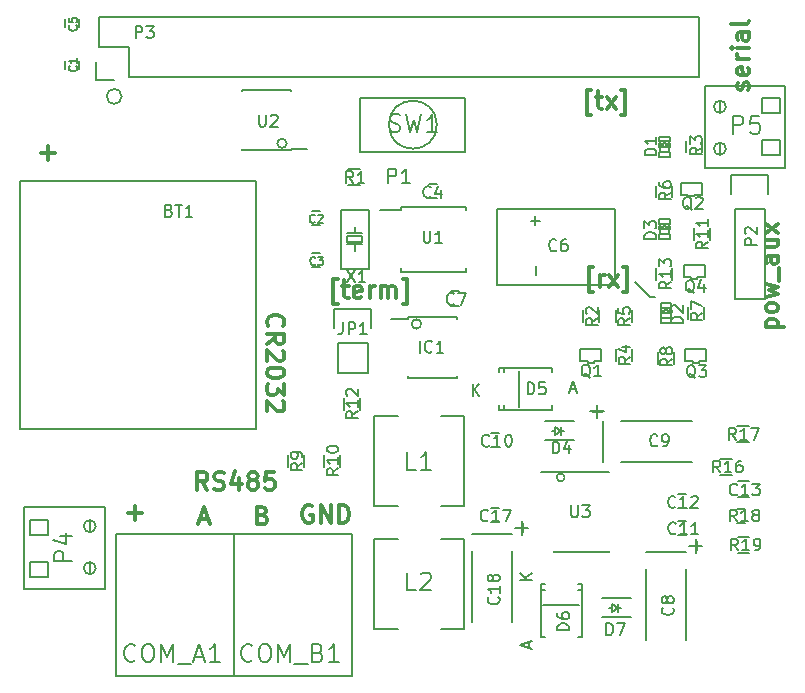
<source format=gbr>
G04 #@! TF.FileFunction,Legend,Top*
%FSLAX46Y46*%
G04 Gerber Fmt 4.6, Leading zero omitted, Abs format (unit mm)*
G04 Created by KiCad (PCBNEW 4.0.2+dfsg1-stable) date mer 31 ott 2018 08:46:36 CET*
%MOMM*%
G01*
G04 APERTURE LIST*
%ADD10C,0.100000*%
%ADD11C,0.300000*%
%ADD12C,0.200000*%
%ADD13C,0.150000*%
G04 APERTURE END LIST*
D10*
D11*
X170239571Y-78362429D02*
X171739571Y-78362429D01*
X170311000Y-78362429D02*
X170239571Y-78219572D01*
X170239571Y-77933858D01*
X170311000Y-77791001D01*
X170382429Y-77719572D01*
X170525286Y-77648143D01*
X170953857Y-77648143D01*
X171096714Y-77719572D01*
X171168143Y-77791001D01*
X171239571Y-77933858D01*
X171239571Y-78219572D01*
X171168143Y-78362429D01*
X171239571Y-76791000D02*
X171168143Y-76933858D01*
X171096714Y-77005286D01*
X170953857Y-77076715D01*
X170525286Y-77076715D01*
X170382429Y-77005286D01*
X170311000Y-76933858D01*
X170239571Y-76791000D01*
X170239571Y-76576715D01*
X170311000Y-76433858D01*
X170382429Y-76362429D01*
X170525286Y-76291000D01*
X170953857Y-76291000D01*
X171096714Y-76362429D01*
X171168143Y-76433858D01*
X171239571Y-76576715D01*
X171239571Y-76791000D01*
X170239571Y-75791000D02*
X171239571Y-75505286D01*
X170525286Y-75219572D01*
X171239571Y-74933857D01*
X170239571Y-74648143D01*
X171382429Y-74433857D02*
X171382429Y-73291000D01*
X171239571Y-72291000D02*
X170453857Y-72291000D01*
X170311000Y-72362429D01*
X170239571Y-72505286D01*
X170239571Y-72791000D01*
X170311000Y-72933857D01*
X171168143Y-72291000D02*
X171239571Y-72433857D01*
X171239571Y-72791000D01*
X171168143Y-72933857D01*
X171025286Y-73005286D01*
X170882429Y-73005286D01*
X170739571Y-72933857D01*
X170668143Y-72791000D01*
X170668143Y-72433857D01*
X170596714Y-72291000D01*
X170239571Y-70933857D02*
X171239571Y-70933857D01*
X170239571Y-71576714D02*
X171025286Y-71576714D01*
X171168143Y-71505286D01*
X171239571Y-71362428D01*
X171239571Y-71148143D01*
X171168143Y-71005286D01*
X171096714Y-70933857D01*
X171239571Y-70362428D02*
X170239571Y-69576714D01*
X170239571Y-70362428D02*
X171239571Y-69576714D01*
X168755143Y-58229143D02*
X168826571Y-58086286D01*
X168826571Y-57800571D01*
X168755143Y-57657714D01*
X168612286Y-57586286D01*
X168540857Y-57586286D01*
X168398000Y-57657714D01*
X168326571Y-57800571D01*
X168326571Y-58014857D01*
X168255143Y-58157714D01*
X168112286Y-58229143D01*
X168040857Y-58229143D01*
X167898000Y-58157714D01*
X167826571Y-58014857D01*
X167826571Y-57800571D01*
X167898000Y-57657714D01*
X168755143Y-56372000D02*
X168826571Y-56514857D01*
X168826571Y-56800571D01*
X168755143Y-56943428D01*
X168612286Y-57014857D01*
X168040857Y-57014857D01*
X167898000Y-56943428D01*
X167826571Y-56800571D01*
X167826571Y-56514857D01*
X167898000Y-56372000D01*
X168040857Y-56300571D01*
X168183714Y-56300571D01*
X168326571Y-57014857D01*
X168826571Y-55657714D02*
X167826571Y-55657714D01*
X168112286Y-55657714D02*
X167969429Y-55586286D01*
X167898000Y-55514857D01*
X167826571Y-55372000D01*
X167826571Y-55229143D01*
X168826571Y-54729143D02*
X167826571Y-54729143D01*
X167326571Y-54729143D02*
X167398000Y-54800572D01*
X167469429Y-54729143D01*
X167398000Y-54657715D01*
X167326571Y-54729143D01*
X167469429Y-54729143D01*
X168826571Y-53372000D02*
X168040857Y-53372000D01*
X167898000Y-53443429D01*
X167826571Y-53586286D01*
X167826571Y-53872000D01*
X167898000Y-54014857D01*
X168755143Y-53372000D02*
X168826571Y-53514857D01*
X168826571Y-53872000D01*
X168755143Y-54014857D01*
X168612286Y-54086286D01*
X168469429Y-54086286D01*
X168326571Y-54014857D01*
X168255143Y-53872000D01*
X168255143Y-53514857D01*
X168183714Y-53372000D01*
X168826571Y-52443428D02*
X168755143Y-52586286D01*
X168612286Y-52657714D01*
X167326571Y-52657714D01*
D12*
X115697000Y-58801000D02*
G75*
G03X115697000Y-58801000I-635000J0D01*
G01*
D11*
X108902572Y-63607143D02*
X110045429Y-63607143D01*
X109474000Y-64178571D02*
X109474000Y-63035714D01*
X128115286Y-78264144D02*
X128043857Y-78192715D01*
X127972429Y-77978429D01*
X127972429Y-77835572D01*
X128043857Y-77621287D01*
X128186714Y-77478429D01*
X128329571Y-77407001D01*
X128615286Y-77335572D01*
X128829571Y-77335572D01*
X129115286Y-77407001D01*
X129258143Y-77478429D01*
X129401000Y-77621287D01*
X129472429Y-77835572D01*
X129472429Y-77978429D01*
X129401000Y-78192715D01*
X129329571Y-78264144D01*
X127972429Y-79764144D02*
X128686714Y-79264144D01*
X127972429Y-78907001D02*
X129472429Y-78907001D01*
X129472429Y-79478429D01*
X129401000Y-79621287D01*
X129329571Y-79692715D01*
X129186714Y-79764144D01*
X128972429Y-79764144D01*
X128829571Y-79692715D01*
X128758143Y-79621287D01*
X128686714Y-79478429D01*
X128686714Y-78907001D01*
X129329571Y-80335572D02*
X129401000Y-80407001D01*
X129472429Y-80549858D01*
X129472429Y-80907001D01*
X129401000Y-81049858D01*
X129329571Y-81121287D01*
X129186714Y-81192715D01*
X129043857Y-81192715D01*
X128829571Y-81121287D01*
X127972429Y-80264144D01*
X127972429Y-81192715D01*
X129472429Y-82121286D02*
X129472429Y-82264143D01*
X129401000Y-82407000D01*
X129329571Y-82478429D01*
X129186714Y-82549858D01*
X128901000Y-82621286D01*
X128543857Y-82621286D01*
X128258143Y-82549858D01*
X128115286Y-82478429D01*
X128043857Y-82407000D01*
X127972429Y-82264143D01*
X127972429Y-82121286D01*
X128043857Y-81978429D01*
X128115286Y-81907000D01*
X128258143Y-81835572D01*
X128543857Y-81764143D01*
X128901000Y-81764143D01*
X129186714Y-81835572D01*
X129329571Y-81907000D01*
X129401000Y-81978429D01*
X129472429Y-82121286D01*
X129472429Y-83121286D02*
X129472429Y-84049857D01*
X128901000Y-83549857D01*
X128901000Y-83764143D01*
X128829571Y-83907000D01*
X128758143Y-83978429D01*
X128615286Y-84049857D01*
X128258143Y-84049857D01*
X128115286Y-83978429D01*
X128043857Y-83907000D01*
X127972429Y-83764143D01*
X127972429Y-83335571D01*
X128043857Y-83192714D01*
X128115286Y-83121286D01*
X129329571Y-84621285D02*
X129401000Y-84692714D01*
X129472429Y-84835571D01*
X129472429Y-85192714D01*
X129401000Y-85335571D01*
X129329571Y-85407000D01*
X129186714Y-85478428D01*
X129043857Y-85478428D01*
X128829571Y-85407000D01*
X127972429Y-84549857D01*
X127972429Y-85478428D01*
D12*
X160431480Y-75747880D02*
X160812480Y-75747880D01*
X159161480Y-74477880D02*
X160431480Y-75747880D01*
D11*
X155468000Y-60360571D02*
X155110857Y-60360571D01*
X155110857Y-58217714D01*
X155468000Y-58217714D01*
X155825143Y-58860571D02*
X156396572Y-58860571D01*
X156039429Y-58360571D02*
X156039429Y-59646286D01*
X156110857Y-59789143D01*
X156253715Y-59860571D01*
X156396572Y-59860571D01*
X156753715Y-59860571D02*
X157539429Y-58860571D01*
X156753715Y-58860571D02*
X157539429Y-59860571D01*
X157968001Y-60360571D02*
X158325144Y-60360571D01*
X158325144Y-58217714D01*
X157968001Y-58217714D01*
X155589766Y-75402451D02*
X155232623Y-75402451D01*
X155232623Y-73259594D01*
X155589766Y-73259594D01*
X156161195Y-74902451D02*
X156161195Y-73902451D01*
X156161195Y-74188166D02*
X156232623Y-74045309D01*
X156304052Y-73973880D01*
X156446909Y-73902451D01*
X156589766Y-73902451D01*
X156946909Y-74902451D02*
X157732623Y-73902451D01*
X156946909Y-73902451D02*
X157732623Y-74902451D01*
X158161195Y-75402451D02*
X158518338Y-75402451D01*
X158518338Y-73259594D01*
X158161195Y-73259594D01*
X133978200Y-76387971D02*
X133621057Y-76387971D01*
X133621057Y-74245114D01*
X133978200Y-74245114D01*
X134335343Y-74887971D02*
X134906772Y-74887971D01*
X134549629Y-74387971D02*
X134549629Y-75673686D01*
X134621057Y-75816543D01*
X134763915Y-75887971D01*
X134906772Y-75887971D01*
X135978200Y-75816543D02*
X135835343Y-75887971D01*
X135549629Y-75887971D01*
X135406772Y-75816543D01*
X135335343Y-75673686D01*
X135335343Y-75102257D01*
X135406772Y-74959400D01*
X135549629Y-74887971D01*
X135835343Y-74887971D01*
X135978200Y-74959400D01*
X136049629Y-75102257D01*
X136049629Y-75245114D01*
X135335343Y-75387971D01*
X136692486Y-75887971D02*
X136692486Y-74887971D01*
X136692486Y-75173686D02*
X136763914Y-75030829D01*
X136835343Y-74959400D01*
X136978200Y-74887971D01*
X137121057Y-74887971D01*
X137621057Y-75887971D02*
X137621057Y-74887971D01*
X137621057Y-75030829D02*
X137692485Y-74959400D01*
X137835343Y-74887971D01*
X138049628Y-74887971D01*
X138192485Y-74959400D01*
X138263914Y-75102257D01*
X138263914Y-75887971D01*
X138263914Y-75102257D02*
X138335343Y-74959400D01*
X138478200Y-74887971D01*
X138692485Y-74887971D01*
X138835343Y-74959400D01*
X138906771Y-75102257D01*
X138906771Y-75887971D01*
X139478200Y-76387971D02*
X139835343Y-76387971D01*
X139835343Y-74245114D01*
X139478200Y-74245114D01*
X131826143Y-93484000D02*
X131683286Y-93412571D01*
X131469000Y-93412571D01*
X131254715Y-93484000D01*
X131111857Y-93626857D01*
X131040429Y-93769714D01*
X130969000Y-94055429D01*
X130969000Y-94269714D01*
X131040429Y-94555429D01*
X131111857Y-94698286D01*
X131254715Y-94841143D01*
X131469000Y-94912571D01*
X131611857Y-94912571D01*
X131826143Y-94841143D01*
X131897572Y-94769714D01*
X131897572Y-94269714D01*
X131611857Y-94269714D01*
X132540429Y-94912571D02*
X132540429Y-93412571D01*
X133397572Y-94912571D01*
X133397572Y-93412571D01*
X134111858Y-94912571D02*
X134111858Y-93412571D01*
X134469001Y-93412571D01*
X134683286Y-93484000D01*
X134826144Y-93626857D01*
X134897572Y-93769714D01*
X134969001Y-94055429D01*
X134969001Y-94269714D01*
X134897572Y-94555429D01*
X134826144Y-94698286D01*
X134683286Y-94841143D01*
X134469001Y-94912571D01*
X134111858Y-94912571D01*
X127615143Y-94253857D02*
X127829429Y-94325286D01*
X127900857Y-94396714D01*
X127972286Y-94539571D01*
X127972286Y-94753857D01*
X127900857Y-94896714D01*
X127829429Y-94968143D01*
X127686571Y-95039571D01*
X127115143Y-95039571D01*
X127115143Y-93539571D01*
X127615143Y-93539571D01*
X127758000Y-93611000D01*
X127829429Y-93682429D01*
X127900857Y-93825286D01*
X127900857Y-93968143D01*
X127829429Y-94111000D01*
X127758000Y-94182429D01*
X127615143Y-94253857D01*
X127115143Y-94253857D01*
X122324857Y-94611000D02*
X123039143Y-94611000D01*
X122182000Y-95039571D02*
X122682000Y-93539571D01*
X123182000Y-95039571D01*
X116268572Y-94087143D02*
X117411429Y-94087143D01*
X116840000Y-94658571D02*
X116840000Y-93515714D01*
X122956144Y-92118571D02*
X122456144Y-91404286D01*
X122099001Y-92118571D02*
X122099001Y-90618571D01*
X122670429Y-90618571D01*
X122813287Y-90690000D01*
X122884715Y-90761429D01*
X122956144Y-90904286D01*
X122956144Y-91118571D01*
X122884715Y-91261429D01*
X122813287Y-91332857D01*
X122670429Y-91404286D01*
X122099001Y-91404286D01*
X123527572Y-92047143D02*
X123741858Y-92118571D01*
X124099001Y-92118571D01*
X124241858Y-92047143D01*
X124313287Y-91975714D01*
X124384715Y-91832857D01*
X124384715Y-91690000D01*
X124313287Y-91547143D01*
X124241858Y-91475714D01*
X124099001Y-91404286D01*
X123813287Y-91332857D01*
X123670429Y-91261429D01*
X123599001Y-91190000D01*
X123527572Y-91047143D01*
X123527572Y-90904286D01*
X123599001Y-90761429D01*
X123670429Y-90690000D01*
X123813287Y-90618571D01*
X124170429Y-90618571D01*
X124384715Y-90690000D01*
X125670429Y-91118571D02*
X125670429Y-92118571D01*
X125313286Y-90547143D02*
X124956143Y-91618571D01*
X125884715Y-91618571D01*
X126670429Y-91261429D02*
X126527571Y-91190000D01*
X126456143Y-91118571D01*
X126384714Y-90975714D01*
X126384714Y-90904286D01*
X126456143Y-90761429D01*
X126527571Y-90690000D01*
X126670429Y-90618571D01*
X126956143Y-90618571D01*
X127099000Y-90690000D01*
X127170429Y-90761429D01*
X127241857Y-90904286D01*
X127241857Y-90975714D01*
X127170429Y-91118571D01*
X127099000Y-91190000D01*
X126956143Y-91261429D01*
X126670429Y-91261429D01*
X126527571Y-91332857D01*
X126456143Y-91404286D01*
X126384714Y-91547143D01*
X126384714Y-91832857D01*
X126456143Y-91975714D01*
X126527571Y-92047143D01*
X126670429Y-92118571D01*
X126956143Y-92118571D01*
X127099000Y-92047143D01*
X127170429Y-91975714D01*
X127241857Y-91832857D01*
X127241857Y-91547143D01*
X127170429Y-91404286D01*
X127099000Y-91332857D01*
X126956143Y-91261429D01*
X128599000Y-90618571D02*
X127884714Y-90618571D01*
X127813285Y-91332857D01*
X127884714Y-91261429D01*
X128027571Y-91190000D01*
X128384714Y-91190000D01*
X128527571Y-91261429D01*
X128599000Y-91332857D01*
X128670428Y-91475714D01*
X128670428Y-91832857D01*
X128599000Y-91975714D01*
X128527571Y-92047143D01*
X128384714Y-92118571D01*
X128027571Y-92118571D01*
X127884714Y-92047143D01*
X127813285Y-91975714D01*
D13*
X135458200Y-71291400D02*
X135458200Y-71891400D01*
X135458200Y-70391400D02*
X135458200Y-69891400D01*
X136058200Y-70391400D02*
X134758200Y-70391400D01*
X136058200Y-71291400D02*
X134758200Y-71291400D01*
X136058200Y-70591400D02*
X136058200Y-71091400D01*
X136058200Y-71091400D02*
X134758200Y-71091400D01*
X134758200Y-71091400D02*
X134758200Y-70591400D01*
X134758200Y-70591400D02*
X136058200Y-70591400D01*
X134258200Y-68391400D02*
X134258200Y-73391400D01*
X134258200Y-73391400D02*
X136658200Y-73391400D01*
X136658200Y-73391400D02*
X136658200Y-68391400D01*
X136658200Y-68391400D02*
X134258200Y-68391400D01*
X153192575Y-91059000D02*
G75*
G03X153192575Y-91059000I-331175J0D01*
G01*
X152289000Y-90605000D02*
X152289000Y-90630000D01*
X156939000Y-90605000D02*
X156939000Y-90630000D01*
X156939000Y-97355000D02*
X156939000Y-97330000D01*
X152289000Y-97355000D02*
X152289000Y-97330000D01*
X152289000Y-90605000D02*
X156939000Y-90605000D01*
X152289000Y-97355000D02*
X156939000Y-97355000D01*
X152289000Y-90630000D02*
X151214000Y-90630000D01*
X167846120Y-96093920D02*
X168846120Y-96093920D01*
X168846120Y-97443920D02*
X167846120Y-97443920D01*
X168846120Y-92744920D02*
X167846120Y-92744920D01*
X167846120Y-91394920D02*
X168846120Y-91394920D01*
X168820720Y-88091640D02*
X167820720Y-88091640D01*
X167820720Y-86741640D02*
X168820720Y-86741640D01*
X167350060Y-90875480D02*
X166350060Y-90875480D01*
X166350060Y-89525480D02*
X167350060Y-89525480D01*
X162320480Y-73342880D02*
X162320480Y-74342880D01*
X160970480Y-74342880D02*
X160970480Y-73342880D01*
X135871580Y-84358860D02*
X135871580Y-85358860D01*
X134521580Y-85358860D02*
X134521580Y-84358860D01*
X165472740Y-69982460D02*
X165472740Y-70982460D01*
X164122740Y-70982460D02*
X164122740Y-69982460D01*
X134207000Y-89162000D02*
X134207000Y-90162000D01*
X132857000Y-90162000D02*
X132857000Y-89162000D01*
X131159000Y-89162000D02*
X131159000Y-90162000D01*
X129809000Y-90162000D02*
X129809000Y-89162000D01*
X162447480Y-80454880D02*
X162447480Y-81454880D01*
X161097480Y-81454880D02*
X161097480Y-80454880D01*
X164987480Y-76644880D02*
X164987480Y-77644880D01*
X163637480Y-77644880D02*
X163637480Y-76644880D01*
X162320480Y-66357880D02*
X162320480Y-67357880D01*
X160970480Y-67357880D02*
X160970480Y-66357880D01*
X157541480Y-77898880D02*
X157541480Y-76898880D01*
X158891480Y-76898880D02*
X158891480Y-77898880D01*
X158891480Y-80200880D02*
X158891480Y-81200880D01*
X157541480Y-81200880D02*
X157541480Y-80200880D01*
X164860480Y-62547880D02*
X164860480Y-63547880D01*
X163510480Y-63547880D02*
X163510480Y-62547880D01*
X156097480Y-76898880D02*
X156097480Y-77898880D01*
X154747480Y-77898880D02*
X154747480Y-76898880D01*
X135843900Y-66295900D02*
X134843900Y-66295900D01*
X134843900Y-64945900D02*
X135843900Y-64945900D01*
X164439480Y-74096880D02*
X165074480Y-74096880D01*
X165074480Y-74096880D02*
X165074480Y-73080880D01*
X163296480Y-73080880D02*
X163296480Y-74096880D01*
X163296480Y-74096880D02*
X163931480Y-74096880D01*
X164439480Y-74223880D02*
X164439480Y-74096880D01*
X163931480Y-74096880D02*
X163931480Y-74223880D01*
X165074480Y-73080880D02*
X163296480Y-73080880D01*
X163931480Y-74223880D02*
X164439480Y-74223880D01*
X164566480Y-81208880D02*
X165201480Y-81208880D01*
X165201480Y-81208880D02*
X165201480Y-80192880D01*
X163423480Y-80192880D02*
X163423480Y-81208880D01*
X163423480Y-81208880D02*
X164058480Y-81208880D01*
X164566480Y-81335880D02*
X164566480Y-81208880D01*
X164058480Y-81208880D02*
X164058480Y-81335880D01*
X165201480Y-80192880D02*
X163423480Y-80192880D01*
X164058480Y-81335880D02*
X164566480Y-81335880D01*
X164185480Y-67111880D02*
X164820480Y-67111880D01*
X164820480Y-67111880D02*
X164820480Y-66095880D01*
X163042480Y-66095880D02*
X163042480Y-67111880D01*
X163042480Y-67111880D02*
X163677480Y-67111880D01*
X164185480Y-67238880D02*
X164185480Y-67111880D01*
X163677480Y-67111880D02*
X163677480Y-67238880D01*
X164820480Y-66095880D02*
X163042480Y-66095880D01*
X163677480Y-67238880D02*
X164185480Y-67238880D01*
X155676480Y-81208880D02*
X156311480Y-81208880D01*
X156311480Y-81208880D02*
X156311480Y-80192880D01*
X154533480Y-80192880D02*
X154533480Y-81208880D01*
X154533480Y-81208880D02*
X155168480Y-81208880D01*
X155676480Y-81335880D02*
X155676480Y-81208880D01*
X155168480Y-81208880D02*
X155168480Y-81335880D01*
X156311480Y-80192880D02*
X154533480Y-80192880D01*
X155168480Y-81335880D02*
X155676480Y-81335880D01*
X164592000Y-52070000D02*
X113792000Y-52070000D01*
X116332000Y-57150000D02*
X164592000Y-57150000D01*
X164592000Y-52070000D02*
X164592000Y-57150000D01*
X113792000Y-52070000D02*
X113792000Y-54610000D01*
X113512000Y-55880000D02*
X113512000Y-57430000D01*
X113792000Y-54610000D02*
X116332000Y-54610000D01*
X116332000Y-54610000D02*
X116332000Y-57150000D01*
X113512000Y-57430000D02*
X115062000Y-57430000D01*
X167594280Y-68298060D02*
X167594280Y-75918060D01*
X170134280Y-68298060D02*
X170134280Y-75918060D01*
X170414280Y-65478060D02*
X170414280Y-67028060D01*
X167594280Y-75918060D02*
X170134280Y-75918060D01*
X170134280Y-68298060D02*
X167594280Y-68298060D01*
X167314280Y-67028060D02*
X167314280Y-65478060D01*
X167314280Y-65478060D02*
X170414280Y-65478060D01*
X144698000Y-96276000D02*
X142698000Y-96276000D01*
X144698000Y-103876000D02*
X142698000Y-103876000D01*
X137098000Y-103876000D02*
X139098000Y-103876000D01*
X137098000Y-103876000D02*
X137098000Y-96276000D01*
X137098000Y-96276000D02*
X139098000Y-96276000D01*
X144698000Y-103876000D02*
X144698000Y-96276000D01*
X144698000Y-85862000D02*
X142698000Y-85862000D01*
X144698000Y-93462000D02*
X142698000Y-93462000D01*
X137098000Y-93462000D02*
X139098000Y-93462000D01*
X137098000Y-93462000D02*
X137098000Y-85862000D01*
X137098000Y-85862000D02*
X139098000Y-85862000D01*
X144698000Y-93462000D02*
X144698000Y-85862000D01*
X136514840Y-79659480D02*
X136514840Y-82199480D01*
X136794840Y-76839480D02*
X136794840Y-78389480D01*
X136514840Y-79659480D02*
X133974840Y-79659480D01*
X133694840Y-78389480D02*
X133694840Y-76839480D01*
X133694840Y-76839480D02*
X136794840Y-76839480D01*
X133974840Y-79659480D02*
X133974840Y-82199480D01*
X133974840Y-82199480D02*
X136514840Y-82199480D01*
X157230000Y-102108000D02*
X156980000Y-102108000D01*
X157730000Y-102108000D02*
X157980000Y-102108000D01*
X157730000Y-102108000D02*
X157230000Y-102458000D01*
X157230000Y-102458000D02*
X157230000Y-101758000D01*
X157230000Y-101758000D02*
X157730000Y-102108000D01*
X157730000Y-102458000D02*
X157730000Y-101758000D01*
X158780000Y-101308000D02*
X156380000Y-101308000D01*
X158780000Y-102908000D02*
X156380000Y-102908000D01*
X154408000Y-101862000D02*
X151408000Y-101862000D01*
X151157940Y-100562860D02*
X151508460Y-100562860D01*
X154658060Y-100562860D02*
X154307540Y-100562860D01*
X151157940Y-104612440D02*
X151508460Y-104612440D01*
X151157940Y-100111560D02*
X151508460Y-100111560D01*
X154658060Y-100111560D02*
X154307540Y-100111560D01*
X154658060Y-104612440D02*
X154307540Y-104612440D01*
X151157940Y-100111560D02*
X151157940Y-104612440D01*
X154658060Y-100111560D02*
X154658060Y-104612440D01*
X149360000Y-82066000D02*
X149360000Y-85066000D01*
X148060860Y-85316060D02*
X148060860Y-84965540D01*
X148060860Y-81815940D02*
X148060860Y-82166460D01*
X152110440Y-85316060D02*
X152110440Y-84965540D01*
X147609560Y-85316060D02*
X147609560Y-84965540D01*
X147609560Y-81815940D02*
X147609560Y-82166460D01*
X152110440Y-81815940D02*
X152110440Y-82166460D01*
X147609560Y-85316060D02*
X152110440Y-85316060D01*
X147609560Y-81815940D02*
X152110440Y-81815940D01*
X152404000Y-87122000D02*
X152154000Y-87122000D01*
X152904000Y-87122000D02*
X153154000Y-87122000D01*
X152904000Y-87122000D02*
X152404000Y-87472000D01*
X152404000Y-87472000D02*
X152404000Y-86772000D01*
X152404000Y-86772000D02*
X152904000Y-87122000D01*
X152904000Y-87472000D02*
X152904000Y-86772000D01*
X153954000Y-86322000D02*
X151554000Y-86322000D01*
X153954000Y-87922000D02*
X151554000Y-87922000D01*
X161195900Y-69583300D02*
X162095060Y-69583300D01*
X162095060Y-69583300D02*
X162095060Y-69184520D01*
X161195900Y-69184520D02*
X162095060Y-69184520D01*
X161195900Y-69583300D02*
X161195900Y-69184520D01*
X161195900Y-70881240D02*
X162095060Y-70881240D01*
X162095060Y-70881240D02*
X162095060Y-70482460D01*
X161195900Y-70482460D02*
X162095060Y-70482460D01*
X161195900Y-70881240D02*
X161195900Y-70482460D01*
X161195900Y-70032880D02*
X161345760Y-70032880D01*
X161345760Y-70032880D02*
X161345760Y-69733160D01*
X161195900Y-69733160D02*
X161345760Y-69733160D01*
X161195900Y-70032880D02*
X161195900Y-69733160D01*
X161945200Y-70032880D02*
X162095060Y-70032880D01*
X162095060Y-70032880D02*
X162095060Y-69733160D01*
X161945200Y-69733160D02*
X162095060Y-69733160D01*
X161945200Y-70032880D02*
X161945200Y-69733160D01*
X161495620Y-70032880D02*
X161795340Y-70032880D01*
X161795340Y-70032880D02*
X161795340Y-69733160D01*
X161495620Y-69733160D02*
X161795340Y-69733160D01*
X161495620Y-70032880D02*
X161495620Y-69733160D01*
X161246700Y-69583300D02*
X161246700Y-70482460D01*
X162044260Y-69583300D02*
X162044260Y-70482460D01*
X161322900Y-76695300D02*
X162222060Y-76695300D01*
X162222060Y-76695300D02*
X162222060Y-76296520D01*
X161322900Y-76296520D02*
X162222060Y-76296520D01*
X161322900Y-76695300D02*
X161322900Y-76296520D01*
X161322900Y-77993240D02*
X162222060Y-77993240D01*
X162222060Y-77993240D02*
X162222060Y-77594460D01*
X161322900Y-77594460D02*
X162222060Y-77594460D01*
X161322900Y-77993240D02*
X161322900Y-77594460D01*
X161322900Y-77144880D02*
X161472760Y-77144880D01*
X161472760Y-77144880D02*
X161472760Y-76845160D01*
X161322900Y-76845160D02*
X161472760Y-76845160D01*
X161322900Y-77144880D02*
X161322900Y-76845160D01*
X162072200Y-77144880D02*
X162222060Y-77144880D01*
X162222060Y-77144880D02*
X162222060Y-76845160D01*
X162072200Y-76845160D02*
X162222060Y-76845160D01*
X162072200Y-77144880D02*
X162072200Y-76845160D01*
X161622620Y-77144880D02*
X161922340Y-77144880D01*
X161922340Y-77144880D02*
X161922340Y-76845160D01*
X161622620Y-76845160D02*
X161922340Y-76845160D01*
X161622620Y-77144880D02*
X161622620Y-76845160D01*
X161373700Y-76695300D02*
X161373700Y-77594460D01*
X162171260Y-76695300D02*
X162171260Y-77594460D01*
X161195900Y-62598300D02*
X162095060Y-62598300D01*
X162095060Y-62598300D02*
X162095060Y-62199520D01*
X161195900Y-62199520D02*
X162095060Y-62199520D01*
X161195900Y-62598300D02*
X161195900Y-62199520D01*
X161195900Y-63896240D02*
X162095060Y-63896240D01*
X162095060Y-63896240D02*
X162095060Y-63497460D01*
X161195900Y-63497460D02*
X162095060Y-63497460D01*
X161195900Y-63896240D02*
X161195900Y-63497460D01*
X161195900Y-63047880D02*
X161345760Y-63047880D01*
X161345760Y-63047880D02*
X161345760Y-62748160D01*
X161195900Y-62748160D02*
X161345760Y-62748160D01*
X161195900Y-63047880D02*
X161195900Y-62748160D01*
X161945200Y-63047880D02*
X162095060Y-63047880D01*
X162095060Y-63047880D02*
X162095060Y-62748160D01*
X161945200Y-62748160D02*
X162095060Y-62748160D01*
X161945200Y-63047880D02*
X161945200Y-62748160D01*
X161495620Y-63047880D02*
X161795340Y-63047880D01*
X161795340Y-63047880D02*
X161795340Y-62748160D01*
X161495620Y-62748160D02*
X161795340Y-62748160D01*
X161495620Y-63047880D02*
X161495620Y-62748160D01*
X161246700Y-62598300D02*
X161246700Y-63497460D01*
X162044260Y-62598300D02*
X162044260Y-63497460D01*
X125214000Y-95840000D02*
X125214000Y-107840000D01*
X135214000Y-95840000D02*
X125214000Y-95840000D01*
X135214000Y-107840000D02*
X125214000Y-107840000D01*
X135214000Y-95840000D02*
X135214000Y-107840000D01*
X115214000Y-95840000D02*
X115214000Y-107840000D01*
X125214000Y-95840000D02*
X115214000Y-95840000D01*
X125214000Y-107840000D02*
X115214000Y-107840000D01*
X125214000Y-95840000D02*
X125214000Y-107840000D01*
X148765260Y-95829120D02*
X145366740Y-95829120D01*
X145366740Y-103329740D02*
X145366740Y-97330260D01*
X148765260Y-103329740D02*
X148765260Y-97330260D01*
X150119080Y-95328740D02*
X149019260Y-95328740D01*
X149618700Y-94729300D02*
X149618700Y-95928180D01*
X146970000Y-93634000D02*
X147670000Y-93634000D01*
X147670000Y-94834000D02*
X146970000Y-94834000D01*
X167806120Y-93755920D02*
X168506120Y-93755920D01*
X168506120Y-94955920D02*
X167806120Y-94955920D01*
X162789120Y-92485920D02*
X163489120Y-92485920D01*
X163489120Y-93685920D02*
X162789120Y-93685920D01*
X162789120Y-94771920D02*
X163489120Y-94771920D01*
X163489120Y-95971920D02*
X162789120Y-95971920D01*
X147670000Y-88484000D02*
X146970000Y-88484000D01*
X146970000Y-87284000D02*
X147670000Y-87284000D01*
X156464000Y-86316820D02*
X156464000Y-89715340D01*
X163964620Y-89715340D02*
X157965140Y-89715340D01*
X163964620Y-86316820D02*
X157965140Y-86316820D01*
X155963620Y-84963000D02*
X155963620Y-86062820D01*
X155364180Y-85463380D02*
X156563060Y-85463380D01*
X163497260Y-97353120D02*
X160098740Y-97353120D01*
X160098740Y-104853740D02*
X160098740Y-98854260D01*
X163497260Y-104853740D02*
X163497260Y-98854260D01*
X164851080Y-96852740D02*
X163751260Y-96852740D01*
X164350700Y-96253300D02*
X164350700Y-97452180D01*
X144291800Y-76518060D02*
X143591800Y-76518060D01*
X143591800Y-75318060D02*
X144291800Y-75318060D01*
X157438100Y-74746720D02*
X157438100Y-68346720D01*
X147438100Y-74746720D02*
X147438100Y-68346720D01*
X157438100Y-68346720D02*
X147438100Y-68346720D01*
X157438100Y-74746720D02*
X147438100Y-74746720D01*
X110906000Y-52928000D02*
X110906000Y-52228000D01*
X112106000Y-52228000D02*
X112106000Y-52928000D01*
X141712200Y-66227400D02*
X142412200Y-66227400D01*
X142412200Y-67427400D02*
X141712200Y-67427400D01*
X132506200Y-73269400D02*
X131806200Y-73269400D01*
X131806200Y-72069400D02*
X132506200Y-72069400D01*
X132506200Y-69713400D02*
X131806200Y-69713400D01*
X131806200Y-68513400D02*
X132506200Y-68513400D01*
X112106000Y-55784000D02*
X112106000Y-56484000D01*
X110906000Y-56484000D02*
X110906000Y-55784000D01*
X127094000Y-65954000D02*
X127094000Y-86954000D01*
X127094000Y-86954000D02*
X107094000Y-86954000D01*
X107094000Y-86954000D02*
X107094000Y-65954000D01*
X107094000Y-65954000D02*
X127094000Y-65954000D01*
X139312200Y-68136400D02*
X139312200Y-68436400D01*
X144812200Y-68136400D02*
X144812200Y-68436400D01*
X144812200Y-73646400D02*
X144812200Y-73346400D01*
X139312200Y-73646400D02*
X139312200Y-73346400D01*
X139312200Y-68136400D02*
X144812200Y-68136400D01*
X139312200Y-73646400D02*
X144812200Y-73646400D01*
X139312200Y-68436400D02*
X137562200Y-68436400D01*
X171882860Y-64886960D02*
X165075660Y-64886960D01*
X165075660Y-57901960D02*
X165075660Y-64861560D01*
X171882860Y-57901960D02*
X171882860Y-64861560D01*
X166853660Y-63235960D02*
G75*
G03X166853660Y-63235960I-508000J0D01*
G01*
X166345660Y-62727960D02*
X166345660Y-63743960D01*
X166345660Y-59171960D02*
X166345660Y-60187960D01*
X166853660Y-59679960D02*
G75*
G03X166853660Y-59679960I-508000J0D01*
G01*
X171425660Y-63743960D02*
X171425660Y-62473960D01*
X169901660Y-63743960D02*
X171425660Y-63743960D01*
X169901660Y-62473960D02*
X169901660Y-63743960D01*
X171425660Y-62473960D02*
X169901660Y-62473960D01*
X171425660Y-58917960D02*
X169901660Y-58917960D01*
X169901660Y-58917960D02*
X169901660Y-60187960D01*
X169901660Y-60187960D02*
X171425660Y-60187960D01*
X171425660Y-60187960D02*
X171425660Y-58917960D01*
X165075660Y-57901960D02*
X171875660Y-57901960D01*
X107456180Y-93535440D02*
X114263380Y-93535440D01*
X114263380Y-100520440D02*
X114263380Y-93560840D01*
X107456180Y-100520440D02*
X107456180Y-93560840D01*
X113501380Y-95186440D02*
G75*
G03X113501380Y-95186440I-508000J0D01*
G01*
X112993380Y-95694440D02*
X112993380Y-94678440D01*
X112993380Y-99250440D02*
X112993380Y-98234440D01*
X113501380Y-98742440D02*
G75*
G03X113501380Y-98742440I-508000J0D01*
G01*
X107913380Y-94678440D02*
X107913380Y-95948440D01*
X109437380Y-94678440D02*
X107913380Y-94678440D01*
X109437380Y-95948440D02*
X109437380Y-94678440D01*
X107913380Y-95948440D02*
X109437380Y-95948440D01*
X107913380Y-99504440D02*
X109437380Y-99504440D01*
X109437380Y-99504440D02*
X109437380Y-98234440D01*
X109437380Y-98234440D02*
X107913380Y-98234440D01*
X107913380Y-98234440D02*
X107913380Y-99504440D01*
X114263380Y-100520440D02*
X107463380Y-100520440D01*
X129663253Y-62773560D02*
G75*
G03X129663253Y-62773560I-397573J0D01*
G01*
X130019880Y-63367360D02*
X130019880Y-63222360D01*
X125869880Y-63367360D02*
X125869880Y-63222360D01*
X125869880Y-58217360D02*
X125869880Y-58362360D01*
X130019880Y-58217360D02*
X130019880Y-58362360D01*
X130019880Y-63367360D02*
X125869880Y-63367360D01*
X130019880Y-58217360D02*
X125869880Y-58217360D01*
X130019880Y-63222360D02*
X131419880Y-63222360D01*
X141052613Y-78064360D02*
G75*
G03X141052613Y-78064360I-397573J0D01*
G01*
X139900840Y-77470560D02*
X139900840Y-77615560D01*
X144050840Y-77470560D02*
X144050840Y-77615560D01*
X144050840Y-82620560D02*
X144050840Y-82475560D01*
X139900840Y-82620560D02*
X139900840Y-82475560D01*
X139900840Y-77470560D02*
X144050840Y-77470560D01*
X139900840Y-82620560D02*
X144050840Y-82620560D01*
X139900840Y-77615560D02*
X138500840Y-77615560D01*
X142504160Y-63482220D02*
X144764760Y-63482220D01*
X142504160Y-58910220D02*
X144764760Y-58910220D01*
X142504160Y-63482220D02*
X142250160Y-63482220D01*
X142504160Y-58910220D02*
X142250160Y-58910220D01*
X142377160Y-61196220D02*
G75*
G03X142377160Y-61196220I-2032000J0D01*
G01*
X135900160Y-58910220D02*
X142250160Y-58910220D01*
X144764760Y-58910220D02*
X144764760Y-63482220D01*
X142250160Y-63482220D02*
X135900160Y-63482220D01*
X135900160Y-63482220D02*
X135900160Y-58910220D01*
X134762976Y-73541641D02*
X135429643Y-74541641D01*
X135429643Y-73541641D02*
X134762976Y-74541641D01*
X136334405Y-74541641D02*
X135762976Y-74541641D01*
X136048690Y-74541641D02*
X136048690Y-73541641D01*
X135953452Y-73684498D01*
X135858214Y-73779736D01*
X135762976Y-73827355D01*
X153743755Y-93419681D02*
X153743755Y-94229205D01*
X153791374Y-94324443D01*
X153838993Y-94372062D01*
X153934231Y-94419681D01*
X154124708Y-94419681D01*
X154219946Y-94372062D01*
X154267565Y-94324443D01*
X154315184Y-94229205D01*
X154315184Y-93419681D01*
X154696136Y-93419681D02*
X155315184Y-93419681D01*
X154981850Y-93800633D01*
X155124708Y-93800633D01*
X155219946Y-93848252D01*
X155267565Y-93895871D01*
X155315184Y-93991110D01*
X155315184Y-94229205D01*
X155267565Y-94324443D01*
X155219946Y-94372062D01*
X155124708Y-94419681D01*
X154838993Y-94419681D01*
X154743755Y-94372062D01*
X154696136Y-94324443D01*
X167878523Y-97244161D02*
X167545189Y-96767970D01*
X167307094Y-97244161D02*
X167307094Y-96244161D01*
X167688047Y-96244161D01*
X167783285Y-96291780D01*
X167830904Y-96339399D01*
X167878523Y-96434637D01*
X167878523Y-96577494D01*
X167830904Y-96672732D01*
X167783285Y-96720351D01*
X167688047Y-96767970D01*
X167307094Y-96767970D01*
X168830904Y-97244161D02*
X168259475Y-97244161D01*
X168545189Y-97244161D02*
X168545189Y-96244161D01*
X168449951Y-96387018D01*
X168354713Y-96482256D01*
X168259475Y-96529875D01*
X169307094Y-97244161D02*
X169497570Y-97244161D01*
X169592809Y-97196542D01*
X169640428Y-97148923D01*
X169735666Y-97006066D01*
X169783285Y-96815590D01*
X169783285Y-96434637D01*
X169735666Y-96339399D01*
X169688047Y-96291780D01*
X169592809Y-96244161D01*
X169402332Y-96244161D01*
X169307094Y-96291780D01*
X169259475Y-96339399D01*
X169211856Y-96434637D01*
X169211856Y-96672732D01*
X169259475Y-96767970D01*
X169307094Y-96815590D01*
X169402332Y-96863209D01*
X169592809Y-96863209D01*
X169688047Y-96815590D01*
X169735666Y-96767970D01*
X169783285Y-96672732D01*
X167771843Y-94787981D02*
X167438509Y-94311790D01*
X167200414Y-94787981D02*
X167200414Y-93787981D01*
X167581367Y-93787981D01*
X167676605Y-93835600D01*
X167724224Y-93883219D01*
X167771843Y-93978457D01*
X167771843Y-94121314D01*
X167724224Y-94216552D01*
X167676605Y-94264171D01*
X167581367Y-94311790D01*
X167200414Y-94311790D01*
X168724224Y-94787981D02*
X168152795Y-94787981D01*
X168438509Y-94787981D02*
X168438509Y-93787981D01*
X168343271Y-93930838D01*
X168248033Y-94026076D01*
X168152795Y-94073695D01*
X169295652Y-94216552D02*
X169200414Y-94168933D01*
X169152795Y-94121314D01*
X169105176Y-94026076D01*
X169105176Y-93978457D01*
X169152795Y-93883219D01*
X169200414Y-93835600D01*
X169295652Y-93787981D01*
X169486129Y-93787981D01*
X169581367Y-93835600D01*
X169628986Y-93883219D01*
X169676605Y-93978457D01*
X169676605Y-94026076D01*
X169628986Y-94121314D01*
X169581367Y-94168933D01*
X169486129Y-94216552D01*
X169295652Y-94216552D01*
X169200414Y-94264171D01*
X169152795Y-94311790D01*
X169105176Y-94407029D01*
X169105176Y-94597505D01*
X169152795Y-94692743D01*
X169200414Y-94740362D01*
X169295652Y-94787981D01*
X169486129Y-94787981D01*
X169581367Y-94740362D01*
X169628986Y-94692743D01*
X169676605Y-94597505D01*
X169676605Y-94407029D01*
X169628986Y-94311790D01*
X169581367Y-94264171D01*
X169486129Y-94216552D01*
X167698183Y-87879181D02*
X167364849Y-87402990D01*
X167126754Y-87879181D02*
X167126754Y-86879181D01*
X167507707Y-86879181D01*
X167602945Y-86926800D01*
X167650564Y-86974419D01*
X167698183Y-87069657D01*
X167698183Y-87212514D01*
X167650564Y-87307752D01*
X167602945Y-87355371D01*
X167507707Y-87402990D01*
X167126754Y-87402990D01*
X168650564Y-87879181D02*
X168079135Y-87879181D01*
X168364849Y-87879181D02*
X168364849Y-86879181D01*
X168269611Y-87022038D01*
X168174373Y-87117276D01*
X168079135Y-87164895D01*
X168983897Y-86879181D02*
X169650564Y-86879181D01*
X169221992Y-87879181D01*
X166362143Y-90632541D02*
X166028809Y-90156350D01*
X165790714Y-90632541D02*
X165790714Y-89632541D01*
X166171667Y-89632541D01*
X166266905Y-89680160D01*
X166314524Y-89727779D01*
X166362143Y-89823017D01*
X166362143Y-89965874D01*
X166314524Y-90061112D01*
X166266905Y-90108731D01*
X166171667Y-90156350D01*
X165790714Y-90156350D01*
X167314524Y-90632541D02*
X166743095Y-90632541D01*
X167028809Y-90632541D02*
X167028809Y-89632541D01*
X166933571Y-89775398D01*
X166838333Y-89870636D01*
X166743095Y-89918255D01*
X168171667Y-89632541D02*
X167981190Y-89632541D01*
X167885952Y-89680160D01*
X167838333Y-89727779D01*
X167743095Y-89870636D01*
X167695476Y-90061112D01*
X167695476Y-90442065D01*
X167743095Y-90537303D01*
X167790714Y-90584922D01*
X167885952Y-90632541D01*
X168076429Y-90632541D01*
X168171667Y-90584922D01*
X168219286Y-90537303D01*
X168266905Y-90442065D01*
X168266905Y-90203970D01*
X168219286Y-90108731D01*
X168171667Y-90061112D01*
X168076429Y-90013493D01*
X167885952Y-90013493D01*
X167790714Y-90061112D01*
X167743095Y-90108731D01*
X167695476Y-90203970D01*
X162217361Y-74475577D02*
X161741170Y-74808911D01*
X162217361Y-75047006D02*
X161217361Y-75047006D01*
X161217361Y-74666053D01*
X161264980Y-74570815D01*
X161312599Y-74523196D01*
X161407837Y-74475577D01*
X161550694Y-74475577D01*
X161645932Y-74523196D01*
X161693551Y-74570815D01*
X161741170Y-74666053D01*
X161741170Y-75047006D01*
X162217361Y-73523196D02*
X162217361Y-74094625D01*
X162217361Y-73808911D02*
X161217361Y-73808911D01*
X161360218Y-73904149D01*
X161455456Y-73999387D01*
X161503075Y-74094625D01*
X161217361Y-73189863D02*
X161217361Y-72570815D01*
X161598313Y-72904149D01*
X161598313Y-72761291D01*
X161645932Y-72666053D01*
X161693551Y-72618434D01*
X161788790Y-72570815D01*
X162026885Y-72570815D01*
X162122123Y-72618434D01*
X162169742Y-72666053D01*
X162217361Y-72761291D01*
X162217361Y-73047006D01*
X162169742Y-73142244D01*
X162122123Y-73189863D01*
X135707381Y-85461077D02*
X135231190Y-85794411D01*
X135707381Y-86032506D02*
X134707381Y-86032506D01*
X134707381Y-85651553D01*
X134755000Y-85556315D01*
X134802619Y-85508696D01*
X134897857Y-85461077D01*
X135040714Y-85461077D01*
X135135952Y-85508696D01*
X135183571Y-85556315D01*
X135231190Y-85651553D01*
X135231190Y-86032506D01*
X135707381Y-84508696D02*
X135707381Y-85080125D01*
X135707381Y-84794411D02*
X134707381Y-84794411D01*
X134850238Y-84889649D01*
X134945476Y-84984887D01*
X134993095Y-85080125D01*
X134802619Y-84127744D02*
X134755000Y-84080125D01*
X134707381Y-83984887D01*
X134707381Y-83746791D01*
X134755000Y-83651553D01*
X134802619Y-83603934D01*
X134897857Y-83556315D01*
X134993095Y-83556315D01*
X135135952Y-83603934D01*
X135707381Y-84175363D01*
X135707381Y-83556315D01*
X165346641Y-71107537D02*
X164870450Y-71440871D01*
X165346641Y-71678966D02*
X164346641Y-71678966D01*
X164346641Y-71298013D01*
X164394260Y-71202775D01*
X164441879Y-71155156D01*
X164537117Y-71107537D01*
X164679974Y-71107537D01*
X164775212Y-71155156D01*
X164822831Y-71202775D01*
X164870450Y-71298013D01*
X164870450Y-71678966D01*
X165346641Y-70155156D02*
X165346641Y-70726585D01*
X165346641Y-70440871D02*
X164346641Y-70440871D01*
X164489498Y-70536109D01*
X164584736Y-70631347D01*
X164632355Y-70726585D01*
X165346641Y-69202775D02*
X165346641Y-69774204D01*
X165346641Y-69488490D02*
X164346641Y-69488490D01*
X164489498Y-69583728D01*
X164584736Y-69678966D01*
X164632355Y-69774204D01*
X134043681Y-90294697D02*
X133567490Y-90628031D01*
X134043681Y-90866126D02*
X133043681Y-90866126D01*
X133043681Y-90485173D01*
X133091300Y-90389935D01*
X133138919Y-90342316D01*
X133234157Y-90294697D01*
X133377014Y-90294697D01*
X133472252Y-90342316D01*
X133519871Y-90389935D01*
X133567490Y-90485173D01*
X133567490Y-90866126D01*
X134043681Y-89342316D02*
X134043681Y-89913745D01*
X134043681Y-89628031D02*
X133043681Y-89628031D01*
X133186538Y-89723269D01*
X133281776Y-89818507D01*
X133329395Y-89913745D01*
X133043681Y-88723269D02*
X133043681Y-88628030D01*
X133091300Y-88532792D01*
X133138919Y-88485173D01*
X133234157Y-88437554D01*
X133424633Y-88389935D01*
X133662729Y-88389935D01*
X133853205Y-88437554D01*
X133948443Y-88485173D01*
X133996062Y-88532792D01*
X134043681Y-88628030D01*
X134043681Y-88723269D01*
X133996062Y-88818507D01*
X133948443Y-88866126D01*
X133853205Y-88913745D01*
X133662729Y-88961364D01*
X133424633Y-88961364D01*
X133234157Y-88913745D01*
X133138919Y-88866126D01*
X133091300Y-88818507D01*
X133043681Y-88723269D01*
X131003301Y-89841366D02*
X130527110Y-90174700D01*
X131003301Y-90412795D02*
X130003301Y-90412795D01*
X130003301Y-90031842D01*
X130050920Y-89936604D01*
X130098539Y-89888985D01*
X130193777Y-89841366D01*
X130336634Y-89841366D01*
X130431872Y-89888985D01*
X130479491Y-89936604D01*
X130527110Y-90031842D01*
X130527110Y-90412795D01*
X131003301Y-89365176D02*
X131003301Y-89174700D01*
X130955682Y-89079461D01*
X130908063Y-89031842D01*
X130765206Y-88936604D01*
X130574730Y-88888985D01*
X130193777Y-88888985D01*
X130098539Y-88936604D01*
X130050920Y-88984223D01*
X130003301Y-89079461D01*
X130003301Y-89269938D01*
X130050920Y-89365176D01*
X130098539Y-89412795D01*
X130193777Y-89460414D01*
X130431872Y-89460414D01*
X130527110Y-89412795D01*
X130574730Y-89365176D01*
X130622349Y-89269938D01*
X130622349Y-89079461D01*
X130574730Y-88984223D01*
X130527110Y-88936604D01*
X130431872Y-88888985D01*
X162313881Y-81012326D02*
X161837690Y-81345660D01*
X162313881Y-81583755D02*
X161313881Y-81583755D01*
X161313881Y-81202802D01*
X161361500Y-81107564D01*
X161409119Y-81059945D01*
X161504357Y-81012326D01*
X161647214Y-81012326D01*
X161742452Y-81059945D01*
X161790071Y-81107564D01*
X161837690Y-81202802D01*
X161837690Y-81583755D01*
X161742452Y-80440898D02*
X161694833Y-80536136D01*
X161647214Y-80583755D01*
X161551976Y-80631374D01*
X161504357Y-80631374D01*
X161409119Y-80583755D01*
X161361500Y-80536136D01*
X161313881Y-80440898D01*
X161313881Y-80250421D01*
X161361500Y-80155183D01*
X161409119Y-80107564D01*
X161504357Y-80059945D01*
X161551976Y-80059945D01*
X161647214Y-80107564D01*
X161694833Y-80155183D01*
X161742452Y-80250421D01*
X161742452Y-80440898D01*
X161790071Y-80536136D01*
X161837690Y-80583755D01*
X161932929Y-80631374D01*
X162123405Y-80631374D01*
X162218643Y-80583755D01*
X162266262Y-80536136D01*
X162313881Y-80440898D01*
X162313881Y-80250421D01*
X162266262Y-80155183D01*
X162218643Y-80107564D01*
X162123405Y-80059945D01*
X161932929Y-80059945D01*
X161837690Y-80107564D01*
X161790071Y-80155183D01*
X161742452Y-80250421D01*
X164861501Y-77133746D02*
X164385310Y-77467080D01*
X164861501Y-77705175D02*
X163861501Y-77705175D01*
X163861501Y-77324222D01*
X163909120Y-77228984D01*
X163956739Y-77181365D01*
X164051977Y-77133746D01*
X164194834Y-77133746D01*
X164290072Y-77181365D01*
X164337691Y-77228984D01*
X164385310Y-77324222D01*
X164385310Y-77705175D01*
X163861501Y-76800413D02*
X163861501Y-76133746D01*
X164861501Y-76562318D01*
X162186881Y-66938186D02*
X161710690Y-67271520D01*
X162186881Y-67509615D02*
X161186881Y-67509615D01*
X161186881Y-67128662D01*
X161234500Y-67033424D01*
X161282119Y-66985805D01*
X161377357Y-66938186D01*
X161520214Y-66938186D01*
X161615452Y-66985805D01*
X161663071Y-67033424D01*
X161710690Y-67128662D01*
X161710690Y-67509615D01*
X161186881Y-66081043D02*
X161186881Y-66271520D01*
X161234500Y-66366758D01*
X161282119Y-66414377D01*
X161424976Y-66509615D01*
X161615452Y-66557234D01*
X161996405Y-66557234D01*
X162091643Y-66509615D01*
X162139262Y-66461996D01*
X162186881Y-66366758D01*
X162186881Y-66176281D01*
X162139262Y-66081043D01*
X162091643Y-66033424D01*
X161996405Y-65985805D01*
X161758310Y-65985805D01*
X161663071Y-66033424D01*
X161615452Y-66081043D01*
X161567833Y-66176281D01*
X161567833Y-66366758D01*
X161615452Y-66461996D01*
X161663071Y-66509615D01*
X161758310Y-66557234D01*
X158740101Y-77590946D02*
X158263910Y-77924280D01*
X158740101Y-78162375D02*
X157740101Y-78162375D01*
X157740101Y-77781422D01*
X157787720Y-77686184D01*
X157835339Y-77638565D01*
X157930577Y-77590946D01*
X158073434Y-77590946D01*
X158168672Y-77638565D01*
X158216291Y-77686184D01*
X158263910Y-77781422D01*
X158263910Y-78162375D01*
X157740101Y-76686184D02*
X157740101Y-77162375D01*
X158216291Y-77209994D01*
X158168672Y-77162375D01*
X158121053Y-77067137D01*
X158121053Y-76829041D01*
X158168672Y-76733803D01*
X158216291Y-76686184D01*
X158311530Y-76638565D01*
X158549625Y-76638565D01*
X158644863Y-76686184D01*
X158692482Y-76733803D01*
X158740101Y-76829041D01*
X158740101Y-77067137D01*
X158692482Y-77162375D01*
X158644863Y-77209994D01*
X158762961Y-80847226D02*
X158286770Y-81180560D01*
X158762961Y-81418655D02*
X157762961Y-81418655D01*
X157762961Y-81037702D01*
X157810580Y-80942464D01*
X157858199Y-80894845D01*
X157953437Y-80847226D01*
X158096294Y-80847226D01*
X158191532Y-80894845D01*
X158239151Y-80942464D01*
X158286770Y-81037702D01*
X158286770Y-81418655D01*
X158096294Y-79990083D02*
X158762961Y-79990083D01*
X157715342Y-80228179D02*
X158429628Y-80466274D01*
X158429628Y-79847226D01*
X164815781Y-63128186D02*
X164339590Y-63461520D01*
X164815781Y-63699615D02*
X163815781Y-63699615D01*
X163815781Y-63318662D01*
X163863400Y-63223424D01*
X163911019Y-63175805D01*
X164006257Y-63128186D01*
X164149114Y-63128186D01*
X164244352Y-63175805D01*
X164291971Y-63223424D01*
X164339590Y-63318662D01*
X164339590Y-63699615D01*
X163815781Y-62794853D02*
X163815781Y-62175805D01*
X164196733Y-62509139D01*
X164196733Y-62366281D01*
X164244352Y-62271043D01*
X164291971Y-62223424D01*
X164387210Y-62175805D01*
X164625305Y-62175805D01*
X164720543Y-62223424D01*
X164768162Y-62271043D01*
X164815781Y-62366281D01*
X164815781Y-62651996D01*
X164768162Y-62747234D01*
X164720543Y-62794853D01*
X156001981Y-77590946D02*
X155525790Y-77924280D01*
X156001981Y-78162375D02*
X155001981Y-78162375D01*
X155001981Y-77781422D01*
X155049600Y-77686184D01*
X155097219Y-77638565D01*
X155192457Y-77590946D01*
X155335314Y-77590946D01*
X155430552Y-77638565D01*
X155478171Y-77686184D01*
X155525790Y-77781422D01*
X155525790Y-78162375D01*
X155097219Y-77209994D02*
X155049600Y-77162375D01*
X155001981Y-77067137D01*
X155001981Y-76829041D01*
X155049600Y-76733803D01*
X155097219Y-76686184D01*
X155192457Y-76638565D01*
X155287695Y-76638565D01*
X155430552Y-76686184D01*
X156001981Y-77257613D01*
X156001981Y-76638565D01*
X135288994Y-66136781D02*
X134955660Y-65660590D01*
X134717565Y-66136781D02*
X134717565Y-65136781D01*
X135098518Y-65136781D01*
X135193756Y-65184400D01*
X135241375Y-65232019D01*
X135288994Y-65327257D01*
X135288994Y-65470114D01*
X135241375Y-65565352D01*
X135193756Y-65612971D01*
X135098518Y-65660590D01*
X134717565Y-65660590D01*
X136241375Y-66136781D02*
X135669946Y-66136781D01*
X135955660Y-66136781D02*
X135955660Y-65136781D01*
X135860422Y-65279638D01*
X135765184Y-65374876D01*
X135669946Y-65422495D01*
X164179262Y-75442059D02*
X164084024Y-75394440D01*
X163988786Y-75299202D01*
X163845929Y-75156345D01*
X163750690Y-75108726D01*
X163655452Y-75108726D01*
X163703071Y-75346821D02*
X163607833Y-75299202D01*
X163512595Y-75203964D01*
X163464976Y-75013488D01*
X163464976Y-74680154D01*
X163512595Y-74489678D01*
X163607833Y-74394440D01*
X163703071Y-74346821D01*
X163893548Y-74346821D01*
X163988786Y-74394440D01*
X164084024Y-74489678D01*
X164131643Y-74680154D01*
X164131643Y-75013488D01*
X164084024Y-75203964D01*
X163988786Y-75299202D01*
X163893548Y-75346821D01*
X163703071Y-75346821D01*
X164988786Y-74680154D02*
X164988786Y-75346821D01*
X164750690Y-74299202D02*
X164512595Y-75013488D01*
X165131643Y-75013488D01*
X164275782Y-82648039D02*
X164180544Y-82600420D01*
X164085306Y-82505182D01*
X163942449Y-82362325D01*
X163847210Y-82314706D01*
X163751972Y-82314706D01*
X163799591Y-82552801D02*
X163704353Y-82505182D01*
X163609115Y-82409944D01*
X163561496Y-82219468D01*
X163561496Y-81886134D01*
X163609115Y-81695658D01*
X163704353Y-81600420D01*
X163799591Y-81552801D01*
X163990068Y-81552801D01*
X164085306Y-81600420D01*
X164180544Y-81695658D01*
X164228163Y-81886134D01*
X164228163Y-82219468D01*
X164180544Y-82409944D01*
X164085306Y-82505182D01*
X163990068Y-82552801D01*
X163799591Y-82552801D01*
X164561496Y-81552801D02*
X165180544Y-81552801D01*
X164847210Y-81933753D01*
X164990068Y-81933753D01*
X165085306Y-81981372D01*
X165132925Y-82028991D01*
X165180544Y-82124230D01*
X165180544Y-82362325D01*
X165132925Y-82457563D01*
X165085306Y-82505182D01*
X164990068Y-82552801D01*
X164704353Y-82552801D01*
X164609115Y-82505182D01*
X164561496Y-82457563D01*
X163973522Y-68413879D02*
X163878284Y-68366260D01*
X163783046Y-68271022D01*
X163640189Y-68128165D01*
X163544950Y-68080546D01*
X163449712Y-68080546D01*
X163497331Y-68318641D02*
X163402093Y-68271022D01*
X163306855Y-68175784D01*
X163259236Y-67985308D01*
X163259236Y-67651974D01*
X163306855Y-67461498D01*
X163402093Y-67366260D01*
X163497331Y-67318641D01*
X163687808Y-67318641D01*
X163783046Y-67366260D01*
X163878284Y-67461498D01*
X163925903Y-67651974D01*
X163925903Y-67985308D01*
X163878284Y-68175784D01*
X163783046Y-68271022D01*
X163687808Y-68318641D01*
X163497331Y-68318641D01*
X164306855Y-67413879D02*
X164354474Y-67366260D01*
X164449712Y-67318641D01*
X164687808Y-67318641D01*
X164783046Y-67366260D01*
X164830665Y-67413879D01*
X164878284Y-67509117D01*
X164878284Y-67604355D01*
X164830665Y-67747212D01*
X164259236Y-68318641D01*
X164878284Y-68318641D01*
X155378162Y-82609939D02*
X155282924Y-82562320D01*
X155187686Y-82467082D01*
X155044829Y-82324225D01*
X154949590Y-82276606D01*
X154854352Y-82276606D01*
X154901971Y-82514701D02*
X154806733Y-82467082D01*
X154711495Y-82371844D01*
X154663876Y-82181368D01*
X154663876Y-81848034D01*
X154711495Y-81657558D01*
X154806733Y-81562320D01*
X154901971Y-81514701D01*
X155092448Y-81514701D01*
X155187686Y-81562320D01*
X155282924Y-81657558D01*
X155330543Y-81848034D01*
X155330543Y-82181368D01*
X155282924Y-82371844D01*
X155187686Y-82467082D01*
X155092448Y-82514701D01*
X154901971Y-82514701D01*
X156282924Y-82514701D02*
X155711495Y-82514701D01*
X155997209Y-82514701D02*
X155997209Y-81514701D01*
X155901971Y-81657558D01*
X155806733Y-81752796D01*
X155711495Y-81800415D01*
X116879145Y-53855881D02*
X116879145Y-52855881D01*
X117260098Y-52855881D01*
X117355336Y-52903500D01*
X117402955Y-52951119D01*
X117450574Y-53046357D01*
X117450574Y-53189214D01*
X117402955Y-53284452D01*
X117355336Y-53332071D01*
X117260098Y-53379690D01*
X116879145Y-53379690D01*
X117783907Y-52855881D02*
X118402955Y-52855881D01*
X118069621Y-53236833D01*
X118212479Y-53236833D01*
X118307717Y-53284452D01*
X118355336Y-53332071D01*
X118402955Y-53427310D01*
X118402955Y-53665405D01*
X118355336Y-53760643D01*
X118307717Y-53808262D01*
X118212479Y-53855881D01*
X117926764Y-53855881D01*
X117831526Y-53808262D01*
X117783907Y-53760643D01*
X169453821Y-71380575D02*
X168453821Y-71380575D01*
X168453821Y-70999622D01*
X168501440Y-70904384D01*
X168549059Y-70856765D01*
X168644297Y-70809146D01*
X168787154Y-70809146D01*
X168882392Y-70856765D01*
X168930011Y-70904384D01*
X168977630Y-70999622D01*
X168977630Y-71380575D01*
X168549059Y-70428194D02*
X168501440Y-70380575D01*
X168453821Y-70285337D01*
X168453821Y-70047241D01*
X168501440Y-69952003D01*
X168549059Y-69904384D01*
X168644297Y-69856765D01*
X168739535Y-69856765D01*
X168882392Y-69904384D01*
X169453821Y-70475813D01*
X169453821Y-69856765D01*
X138260566Y-66133277D02*
X138260566Y-64933277D01*
X138717709Y-64933277D01*
X138831995Y-64990420D01*
X138889138Y-65047563D01*
X138946281Y-65161849D01*
X138946281Y-65333277D01*
X138889138Y-65447563D01*
X138831995Y-65504706D01*
X138717709Y-65561849D01*
X138260566Y-65561849D01*
X140089138Y-66133277D02*
X139403423Y-66133277D01*
X139746281Y-66133277D02*
X139746281Y-64933277D01*
X139631995Y-65104706D01*
X139517709Y-65218991D01*
X139403423Y-65276134D01*
X140585381Y-100619951D02*
X139871095Y-100619951D01*
X139871095Y-99119951D01*
X141013952Y-99262809D02*
X141085381Y-99191380D01*
X141228238Y-99119951D01*
X141585381Y-99119951D01*
X141728238Y-99191380D01*
X141799667Y-99262809D01*
X141871095Y-99405666D01*
X141871095Y-99548523D01*
X141799667Y-99762809D01*
X140942524Y-100619951D01*
X141871095Y-100619951D01*
X140598081Y-90406611D02*
X139883795Y-90406611D01*
X139883795Y-88906611D01*
X141883795Y-90406611D02*
X141026652Y-90406611D01*
X141455224Y-90406611D02*
X141455224Y-88906611D01*
X141312367Y-89120897D01*
X141169509Y-89263754D01*
X141026652Y-89335183D01*
X134429287Y-77943461D02*
X134429287Y-78657747D01*
X134381667Y-78800604D01*
X134286429Y-78895842D01*
X134143572Y-78943461D01*
X134048334Y-78943461D01*
X134905477Y-78943461D02*
X134905477Y-77943461D01*
X135286430Y-77943461D01*
X135381668Y-77991080D01*
X135429287Y-78038699D01*
X135476906Y-78133937D01*
X135476906Y-78276794D01*
X135429287Y-78372032D01*
X135381668Y-78419651D01*
X135286430Y-78467270D01*
X134905477Y-78467270D01*
X136429287Y-78943461D02*
X135857858Y-78943461D01*
X136143572Y-78943461D02*
X136143572Y-77943461D01*
X136048334Y-78086318D01*
X135953096Y-78181556D01*
X135857858Y-78229175D01*
X156741905Y-104410381D02*
X156741905Y-103410381D01*
X156980000Y-103410381D01*
X157122858Y-103458000D01*
X157218096Y-103553238D01*
X157265715Y-103648476D01*
X157313334Y-103838952D01*
X157313334Y-103981810D01*
X157265715Y-104172286D01*
X157218096Y-104267524D01*
X157122858Y-104362762D01*
X156980000Y-104410381D01*
X156741905Y-104410381D01*
X157646667Y-103410381D02*
X158313334Y-103410381D01*
X157884762Y-104410381D01*
X153583901Y-103996715D02*
X152583901Y-103996715D01*
X152583901Y-103758620D01*
X152631520Y-103615762D01*
X152726758Y-103520524D01*
X152821996Y-103472905D01*
X153012472Y-103425286D01*
X153155330Y-103425286D01*
X153345806Y-103472905D01*
X153441044Y-103520524D01*
X153536282Y-103615762D01*
X153583901Y-103758620D01*
X153583901Y-103996715D01*
X152583901Y-102568143D02*
X152583901Y-102758620D01*
X152631520Y-102853858D01*
X152679139Y-102901477D01*
X152821996Y-102996715D01*
X153012472Y-103044334D01*
X153393425Y-103044334D01*
X153488663Y-102996715D01*
X153536282Y-102949096D01*
X153583901Y-102853858D01*
X153583901Y-102663381D01*
X153536282Y-102568143D01*
X153488663Y-102520524D01*
X153393425Y-102472905D01*
X153155330Y-102472905D01*
X153060091Y-102520524D01*
X153012472Y-102568143D01*
X152964853Y-102663381D01*
X152964853Y-102853858D01*
X153012472Y-102949096D01*
X153060091Y-102996715D01*
X153155330Y-103044334D01*
X150410381Y-99723905D02*
X149410381Y-99723905D01*
X150410381Y-99152476D02*
X149838952Y-99581048D01*
X149410381Y-99152476D02*
X149981810Y-99723905D01*
X150174667Y-105500095D02*
X150174667Y-105023904D01*
X150460381Y-105595333D02*
X149460381Y-105262000D01*
X150460381Y-104928666D01*
X150071865Y-84018381D02*
X150071865Y-83018381D01*
X150309960Y-83018381D01*
X150452818Y-83066000D01*
X150548056Y-83161238D01*
X150595675Y-83256476D01*
X150643294Y-83446952D01*
X150643294Y-83589810D01*
X150595675Y-83780286D01*
X150548056Y-83875524D01*
X150452818Y-83970762D01*
X150309960Y-84018381D01*
X150071865Y-84018381D01*
X151548056Y-83018381D02*
X151071865Y-83018381D01*
X151024246Y-83494571D01*
X151071865Y-83446952D01*
X151167103Y-83399333D01*
X151405199Y-83399333D01*
X151500437Y-83446952D01*
X151548056Y-83494571D01*
X151595675Y-83589810D01*
X151595675Y-83827905D01*
X151548056Y-83923143D01*
X151500437Y-83970762D01*
X151405199Y-84018381D01*
X151167103Y-84018381D01*
X151071865Y-83970762D01*
X151024246Y-83923143D01*
X145407095Y-84145381D02*
X145407095Y-83145381D01*
X145978524Y-84145381D02*
X145549952Y-83573952D01*
X145978524Y-83145381D02*
X145407095Y-83716810D01*
X153685905Y-83605667D02*
X154162096Y-83605667D01*
X153590667Y-83891381D02*
X153924000Y-82891381D01*
X154257334Y-83891381D01*
X152177525Y-89024721D02*
X152177525Y-88024721D01*
X152415620Y-88024721D01*
X152558478Y-88072340D01*
X152653716Y-88167578D01*
X152701335Y-88262816D01*
X152748954Y-88453292D01*
X152748954Y-88596150D01*
X152701335Y-88786626D01*
X152653716Y-88881864D01*
X152558478Y-88977102D01*
X152415620Y-89024721D01*
X152177525Y-89024721D01*
X153606097Y-88358054D02*
X153606097Y-89024721D01*
X153368001Y-87977102D02*
X153129906Y-88691388D01*
X153748954Y-88691388D01*
X160947361Y-70877655D02*
X159947361Y-70877655D01*
X159947361Y-70639560D01*
X159994980Y-70496702D01*
X160090218Y-70401464D01*
X160185456Y-70353845D01*
X160375932Y-70306226D01*
X160518790Y-70306226D01*
X160709266Y-70353845D01*
X160804504Y-70401464D01*
X160899742Y-70496702D01*
X160947361Y-70639560D01*
X160947361Y-70877655D01*
X159947361Y-69972893D02*
X159947361Y-69353845D01*
X160328313Y-69687179D01*
X160328313Y-69544321D01*
X160375932Y-69449083D01*
X160423551Y-69401464D01*
X160518790Y-69353845D01*
X160756885Y-69353845D01*
X160852123Y-69401464D01*
X160899742Y-69449083D01*
X160947361Y-69544321D01*
X160947361Y-69830036D01*
X160899742Y-69925274D01*
X160852123Y-69972893D01*
X163225741Y-78009975D02*
X162225741Y-78009975D01*
X162225741Y-77771880D01*
X162273360Y-77629022D01*
X162368598Y-77533784D01*
X162463836Y-77486165D01*
X162654312Y-77438546D01*
X162797170Y-77438546D01*
X162987646Y-77486165D01*
X163082884Y-77533784D01*
X163178122Y-77629022D01*
X163225741Y-77771880D01*
X163225741Y-78009975D01*
X162320979Y-77057594D02*
X162273360Y-77009975D01*
X162225741Y-76914737D01*
X162225741Y-76676641D01*
X162273360Y-76581403D01*
X162320979Y-76533784D01*
X162416217Y-76486165D01*
X162511455Y-76486165D01*
X162654312Y-76533784D01*
X163225741Y-77105213D01*
X163225741Y-76486165D01*
X160975301Y-63788515D02*
X159975301Y-63788515D01*
X159975301Y-63550420D01*
X160022920Y-63407562D01*
X160118158Y-63312324D01*
X160213396Y-63264705D01*
X160403872Y-63217086D01*
X160546730Y-63217086D01*
X160737206Y-63264705D01*
X160832444Y-63312324D01*
X160927682Y-63407562D01*
X160975301Y-63550420D01*
X160975301Y-63788515D01*
X160975301Y-62264705D02*
X160975301Y-62836134D01*
X160975301Y-62550420D02*
X159975301Y-62550420D01*
X160118158Y-62645658D01*
X160213396Y-62740896D01*
X160261015Y-62836134D01*
X126745715Y-106535714D02*
X126674286Y-106607143D01*
X126460000Y-106678571D01*
X126317143Y-106678571D01*
X126102858Y-106607143D01*
X125960000Y-106464286D01*
X125888572Y-106321429D01*
X125817143Y-106035714D01*
X125817143Y-105821429D01*
X125888572Y-105535714D01*
X125960000Y-105392857D01*
X126102858Y-105250000D01*
X126317143Y-105178571D01*
X126460000Y-105178571D01*
X126674286Y-105250000D01*
X126745715Y-105321429D01*
X127674286Y-105178571D02*
X127960000Y-105178571D01*
X128102858Y-105250000D01*
X128245715Y-105392857D01*
X128317143Y-105678571D01*
X128317143Y-106178571D01*
X128245715Y-106464286D01*
X128102858Y-106607143D01*
X127960000Y-106678571D01*
X127674286Y-106678571D01*
X127531429Y-106607143D01*
X127388572Y-106464286D01*
X127317143Y-106178571D01*
X127317143Y-105678571D01*
X127388572Y-105392857D01*
X127531429Y-105250000D01*
X127674286Y-105178571D01*
X128960001Y-106678571D02*
X128960001Y-105178571D01*
X129460001Y-106250000D01*
X129960001Y-105178571D01*
X129960001Y-106678571D01*
X130317144Y-106821429D02*
X131460001Y-106821429D01*
X132317144Y-105892857D02*
X132531430Y-105964286D01*
X132602858Y-106035714D01*
X132674287Y-106178571D01*
X132674287Y-106392857D01*
X132602858Y-106535714D01*
X132531430Y-106607143D01*
X132388572Y-106678571D01*
X131817144Y-106678571D01*
X131817144Y-105178571D01*
X132317144Y-105178571D01*
X132460001Y-105250000D01*
X132531430Y-105321429D01*
X132602858Y-105464286D01*
X132602858Y-105607143D01*
X132531430Y-105750000D01*
X132460001Y-105821429D01*
X132317144Y-105892857D01*
X131817144Y-105892857D01*
X134102858Y-106678571D02*
X133245715Y-106678571D01*
X133674287Y-106678571D02*
X133674287Y-105178571D01*
X133531430Y-105392857D01*
X133388572Y-105535714D01*
X133245715Y-105607143D01*
X116852858Y-106535714D02*
X116781429Y-106607143D01*
X116567143Y-106678571D01*
X116424286Y-106678571D01*
X116210001Y-106607143D01*
X116067143Y-106464286D01*
X115995715Y-106321429D01*
X115924286Y-106035714D01*
X115924286Y-105821429D01*
X115995715Y-105535714D01*
X116067143Y-105392857D01*
X116210001Y-105250000D01*
X116424286Y-105178571D01*
X116567143Y-105178571D01*
X116781429Y-105250000D01*
X116852858Y-105321429D01*
X117781429Y-105178571D02*
X118067143Y-105178571D01*
X118210001Y-105250000D01*
X118352858Y-105392857D01*
X118424286Y-105678571D01*
X118424286Y-106178571D01*
X118352858Y-106464286D01*
X118210001Y-106607143D01*
X118067143Y-106678571D01*
X117781429Y-106678571D01*
X117638572Y-106607143D01*
X117495715Y-106464286D01*
X117424286Y-106178571D01*
X117424286Y-105678571D01*
X117495715Y-105392857D01*
X117638572Y-105250000D01*
X117781429Y-105178571D01*
X119067144Y-106678571D02*
X119067144Y-105178571D01*
X119567144Y-106250000D01*
X120067144Y-105178571D01*
X120067144Y-106678571D01*
X120424287Y-106821429D02*
X121567144Y-106821429D01*
X121852858Y-106250000D02*
X122567144Y-106250000D01*
X121710001Y-106678571D02*
X122210001Y-105178571D01*
X122710001Y-106678571D01*
X123995715Y-106678571D02*
X123138572Y-106678571D01*
X123567144Y-106678571D02*
X123567144Y-105178571D01*
X123424287Y-105392857D01*
X123281429Y-105535714D01*
X123138572Y-105607143D01*
X147600943Y-101191297D02*
X147648562Y-101238916D01*
X147696181Y-101381773D01*
X147696181Y-101477011D01*
X147648562Y-101619869D01*
X147553324Y-101715107D01*
X147458086Y-101762726D01*
X147267610Y-101810345D01*
X147124752Y-101810345D01*
X146934276Y-101762726D01*
X146839038Y-101715107D01*
X146743800Y-101619869D01*
X146696181Y-101477011D01*
X146696181Y-101381773D01*
X146743800Y-101238916D01*
X146791419Y-101191297D01*
X147696181Y-100238916D02*
X147696181Y-100810345D01*
X147696181Y-100524631D02*
X146696181Y-100524631D01*
X146839038Y-100619869D01*
X146934276Y-100715107D01*
X146981895Y-100810345D01*
X147124752Y-99667488D02*
X147077133Y-99762726D01*
X147029514Y-99810345D01*
X146934276Y-99857964D01*
X146886657Y-99857964D01*
X146791419Y-99810345D01*
X146743800Y-99762726D01*
X146696181Y-99667488D01*
X146696181Y-99477011D01*
X146743800Y-99381773D01*
X146791419Y-99334154D01*
X146886657Y-99286535D01*
X146934276Y-99286535D01*
X147029514Y-99334154D01*
X147077133Y-99381773D01*
X147124752Y-99477011D01*
X147124752Y-99667488D01*
X147172371Y-99762726D01*
X147219990Y-99810345D01*
X147315229Y-99857964D01*
X147505705Y-99857964D01*
X147600943Y-99810345D01*
X147648562Y-99762726D01*
X147696181Y-99667488D01*
X147696181Y-99477011D01*
X147648562Y-99381773D01*
X147600943Y-99334154D01*
X147505705Y-99286535D01*
X147315229Y-99286535D01*
X147219990Y-99334154D01*
X147172371Y-99381773D01*
X147124752Y-99477011D01*
X149687589Y-95712232D02*
X149687589Y-94950327D01*
X150068541Y-95331279D02*
X149306636Y-95331279D01*
X146710163Y-94685123D02*
X146662544Y-94732742D01*
X146519687Y-94780361D01*
X146424449Y-94780361D01*
X146281591Y-94732742D01*
X146186353Y-94637504D01*
X146138734Y-94542266D01*
X146091115Y-94351790D01*
X146091115Y-94208932D01*
X146138734Y-94018456D01*
X146186353Y-93923218D01*
X146281591Y-93827980D01*
X146424449Y-93780361D01*
X146519687Y-93780361D01*
X146662544Y-93827980D01*
X146710163Y-93875599D01*
X147662544Y-94780361D02*
X147091115Y-94780361D01*
X147376829Y-94780361D02*
X147376829Y-93780361D01*
X147281591Y-93923218D01*
X147186353Y-94018456D01*
X147091115Y-94066075D01*
X147995877Y-93780361D02*
X148662544Y-93780361D01*
X148233972Y-94780361D01*
X167807403Y-92488023D02*
X167759784Y-92535642D01*
X167616927Y-92583261D01*
X167521689Y-92583261D01*
X167378831Y-92535642D01*
X167283593Y-92440404D01*
X167235974Y-92345166D01*
X167188355Y-92154690D01*
X167188355Y-92011832D01*
X167235974Y-91821356D01*
X167283593Y-91726118D01*
X167378831Y-91630880D01*
X167521689Y-91583261D01*
X167616927Y-91583261D01*
X167759784Y-91630880D01*
X167807403Y-91678499D01*
X168759784Y-92583261D02*
X168188355Y-92583261D01*
X168474069Y-92583261D02*
X168474069Y-91583261D01*
X168378831Y-91726118D01*
X168283593Y-91821356D01*
X168188355Y-91868975D01*
X169093117Y-91583261D02*
X169712165Y-91583261D01*
X169378831Y-91964213D01*
X169521689Y-91964213D01*
X169616927Y-92011832D01*
X169664546Y-92059451D01*
X169712165Y-92154690D01*
X169712165Y-92392785D01*
X169664546Y-92488023D01*
X169616927Y-92535642D01*
X169521689Y-92583261D01*
X169235974Y-92583261D01*
X169140736Y-92535642D01*
X169093117Y-92488023D01*
X162569923Y-93537043D02*
X162522304Y-93584662D01*
X162379447Y-93632281D01*
X162284209Y-93632281D01*
X162141351Y-93584662D01*
X162046113Y-93489424D01*
X161998494Y-93394186D01*
X161950875Y-93203710D01*
X161950875Y-93060852D01*
X161998494Y-92870376D01*
X162046113Y-92775138D01*
X162141351Y-92679900D01*
X162284209Y-92632281D01*
X162379447Y-92632281D01*
X162522304Y-92679900D01*
X162569923Y-92727519D01*
X163522304Y-93632281D02*
X162950875Y-93632281D01*
X163236589Y-93632281D02*
X163236589Y-92632281D01*
X163141351Y-92775138D01*
X163046113Y-92870376D01*
X162950875Y-92917995D01*
X163903256Y-92727519D02*
X163950875Y-92679900D01*
X164046113Y-92632281D01*
X164284209Y-92632281D01*
X164379447Y-92679900D01*
X164427066Y-92727519D01*
X164474685Y-92822757D01*
X164474685Y-92917995D01*
X164427066Y-93060852D01*
X163855637Y-93632281D01*
X164474685Y-93632281D01*
X162605483Y-95777323D02*
X162557864Y-95824942D01*
X162415007Y-95872561D01*
X162319769Y-95872561D01*
X162176911Y-95824942D01*
X162081673Y-95729704D01*
X162034054Y-95634466D01*
X161986435Y-95443990D01*
X161986435Y-95301132D01*
X162034054Y-95110656D01*
X162081673Y-95015418D01*
X162176911Y-94920180D01*
X162319769Y-94872561D01*
X162415007Y-94872561D01*
X162557864Y-94920180D01*
X162605483Y-94967799D01*
X163557864Y-95872561D02*
X162986435Y-95872561D01*
X163272149Y-95872561D02*
X163272149Y-94872561D01*
X163176911Y-95015418D01*
X163081673Y-95110656D01*
X162986435Y-95158275D01*
X164510245Y-95872561D02*
X163938816Y-95872561D01*
X164224530Y-95872561D02*
X164224530Y-94872561D01*
X164129292Y-95015418D01*
X164034054Y-95110656D01*
X163938816Y-95158275D01*
X146816843Y-88350363D02*
X146769224Y-88397982D01*
X146626367Y-88445601D01*
X146531129Y-88445601D01*
X146388271Y-88397982D01*
X146293033Y-88302744D01*
X146245414Y-88207506D01*
X146197795Y-88017030D01*
X146197795Y-87874172D01*
X146245414Y-87683696D01*
X146293033Y-87588458D01*
X146388271Y-87493220D01*
X146531129Y-87445601D01*
X146626367Y-87445601D01*
X146769224Y-87493220D01*
X146816843Y-87540839D01*
X147769224Y-88445601D02*
X147197795Y-88445601D01*
X147483509Y-88445601D02*
X147483509Y-87445601D01*
X147388271Y-87588458D01*
X147293033Y-87683696D01*
X147197795Y-87731315D01*
X148388271Y-87445601D02*
X148483510Y-87445601D01*
X148578748Y-87493220D01*
X148626367Y-87540839D01*
X148673986Y-87636077D01*
X148721605Y-87826553D01*
X148721605Y-88064649D01*
X148673986Y-88255125D01*
X148626367Y-88350363D01*
X148578748Y-88397982D01*
X148483510Y-88445601D01*
X148388271Y-88445601D01*
X148293033Y-88397982D01*
X148245414Y-88350363D01*
X148197795Y-88255125D01*
X148150176Y-88064649D01*
X148150176Y-87826553D01*
X148197795Y-87636077D01*
X148245414Y-87540839D01*
X148293033Y-87493220D01*
X148388271Y-87445601D01*
X161057294Y-88327503D02*
X161009675Y-88375122D01*
X160866818Y-88422741D01*
X160771580Y-88422741D01*
X160628722Y-88375122D01*
X160533484Y-88279884D01*
X160485865Y-88184646D01*
X160438246Y-87994170D01*
X160438246Y-87851312D01*
X160485865Y-87660836D01*
X160533484Y-87565598D01*
X160628722Y-87470360D01*
X160771580Y-87422741D01*
X160866818Y-87422741D01*
X161009675Y-87470360D01*
X161057294Y-87517979D01*
X161533484Y-88422741D02*
X161723960Y-88422741D01*
X161819199Y-88375122D01*
X161866818Y-88327503D01*
X161962056Y-88184646D01*
X162009675Y-87994170D01*
X162009675Y-87613217D01*
X161962056Y-87517979D01*
X161914437Y-87470360D01*
X161819199Y-87422741D01*
X161628722Y-87422741D01*
X161533484Y-87470360D01*
X161485865Y-87517979D01*
X161438246Y-87613217D01*
X161438246Y-87851312D01*
X161485865Y-87946550D01*
X161533484Y-87994170D01*
X161628722Y-88041789D01*
X161819199Y-88041789D01*
X161914437Y-87994170D01*
X161962056Y-87946550D01*
X162009675Y-87851312D01*
X155585208Y-85537349D02*
X156347113Y-85537349D01*
X155966161Y-85918301D02*
X155966161Y-85156396D01*
X162340563Y-102089246D02*
X162388182Y-102136865D01*
X162435801Y-102279722D01*
X162435801Y-102374960D01*
X162388182Y-102517818D01*
X162292944Y-102613056D01*
X162197706Y-102660675D01*
X162007230Y-102708294D01*
X161864372Y-102708294D01*
X161673896Y-102660675D01*
X161578658Y-102613056D01*
X161483420Y-102517818D01*
X161435801Y-102374960D01*
X161435801Y-102279722D01*
X161483420Y-102136865D01*
X161531039Y-102089246D01*
X161864372Y-101517818D02*
X161816753Y-101613056D01*
X161769134Y-101660675D01*
X161673896Y-101708294D01*
X161626277Y-101708294D01*
X161531039Y-101660675D01*
X161483420Y-101613056D01*
X161435801Y-101517818D01*
X161435801Y-101327341D01*
X161483420Y-101232103D01*
X161531039Y-101184484D01*
X161626277Y-101136865D01*
X161673896Y-101136865D01*
X161769134Y-101184484D01*
X161816753Y-101232103D01*
X161864372Y-101327341D01*
X161864372Y-101517818D01*
X161911991Y-101613056D01*
X161959610Y-101660675D01*
X162054849Y-101708294D01*
X162245325Y-101708294D01*
X162340563Y-101660675D01*
X162388182Y-101613056D01*
X162435801Y-101517818D01*
X162435801Y-101327341D01*
X162388182Y-101232103D01*
X162340563Y-101184484D01*
X162245325Y-101136865D01*
X162054849Y-101136865D01*
X161959610Y-101184484D01*
X161911991Y-101232103D01*
X161864372Y-101327341D01*
X164419589Y-97236232D02*
X164419589Y-96474327D01*
X164800541Y-96855279D02*
X164038636Y-96855279D01*
X143820854Y-76338703D02*
X143773235Y-76386322D01*
X143630378Y-76433941D01*
X143535140Y-76433941D01*
X143392282Y-76386322D01*
X143297044Y-76291084D01*
X143249425Y-76195846D01*
X143201806Y-76005370D01*
X143201806Y-75862512D01*
X143249425Y-75672036D01*
X143297044Y-75576798D01*
X143392282Y-75481560D01*
X143535140Y-75433941D01*
X143630378Y-75433941D01*
X143773235Y-75481560D01*
X143820854Y-75529179D01*
X144154187Y-75433941D02*
X144820854Y-75433941D01*
X144392282Y-76433941D01*
X152500034Y-71807343D02*
X152452415Y-71854962D01*
X152309558Y-71902581D01*
X152214320Y-71902581D01*
X152071462Y-71854962D01*
X151976224Y-71759724D01*
X151928605Y-71664486D01*
X151880986Y-71474010D01*
X151880986Y-71331152D01*
X151928605Y-71140676D01*
X151976224Y-71045438D01*
X152071462Y-70950200D01*
X152214320Y-70902581D01*
X152309558Y-70902581D01*
X152452415Y-70950200D01*
X152500034Y-70997819D01*
X153357177Y-70902581D02*
X153166700Y-70902581D01*
X153071462Y-70950200D01*
X153023843Y-70997819D01*
X152928605Y-71140676D01*
X152880986Y-71331152D01*
X152880986Y-71712105D01*
X152928605Y-71807343D01*
X152976224Y-71854962D01*
X153071462Y-71902581D01*
X153261939Y-71902581D01*
X153357177Y-71854962D01*
X153404796Y-71807343D01*
X153452415Y-71712105D01*
X153452415Y-71474010D01*
X153404796Y-71378771D01*
X153357177Y-71331152D01*
X153261939Y-71283533D01*
X153071462Y-71283533D01*
X152976224Y-71331152D01*
X152928605Y-71378771D01*
X152880986Y-71474010D01*
X150809529Y-73927672D02*
X150809529Y-73165767D01*
X150709529Y-69727672D02*
X150709529Y-68965767D01*
X151090481Y-69346719D02*
X150328576Y-69346719D01*
X111849980Y-52788646D02*
X111883313Y-52821980D01*
X111916647Y-52921980D01*
X111916647Y-52988646D01*
X111883313Y-53088646D01*
X111816647Y-53155313D01*
X111749980Y-53188646D01*
X111616647Y-53221980D01*
X111516647Y-53221980D01*
X111383313Y-53188646D01*
X111316647Y-53155313D01*
X111249980Y-53088646D01*
X111216647Y-52988646D01*
X111216647Y-52921980D01*
X111249980Y-52821980D01*
X111283313Y-52788646D01*
X111216647Y-52155313D02*
X111216647Y-52488646D01*
X111549980Y-52521980D01*
X111516647Y-52488646D01*
X111483313Y-52421980D01*
X111483313Y-52255313D01*
X111516647Y-52188646D01*
X111549980Y-52155313D01*
X111616647Y-52121980D01*
X111783313Y-52121980D01*
X111849980Y-52155313D01*
X111883313Y-52188646D01*
X111916647Y-52255313D01*
X111916647Y-52421980D01*
X111883313Y-52488646D01*
X111849980Y-52521980D01*
X141852354Y-67301383D02*
X141804735Y-67349002D01*
X141661878Y-67396621D01*
X141566640Y-67396621D01*
X141423782Y-67349002D01*
X141328544Y-67253764D01*
X141280925Y-67158526D01*
X141233306Y-66968050D01*
X141233306Y-66825192D01*
X141280925Y-66634716D01*
X141328544Y-66539478D01*
X141423782Y-66444240D01*
X141566640Y-66396621D01*
X141661878Y-66396621D01*
X141804735Y-66444240D01*
X141852354Y-66491859D01*
X142709497Y-66729954D02*
X142709497Y-67396621D01*
X142471401Y-66349002D02*
X142233306Y-67063288D01*
X142852354Y-67063288D01*
X132092874Y-73008300D02*
X132059540Y-73041633D01*
X131959540Y-73074967D01*
X131892874Y-73074967D01*
X131792874Y-73041633D01*
X131726207Y-72974967D01*
X131692874Y-72908300D01*
X131659540Y-72774967D01*
X131659540Y-72674967D01*
X131692874Y-72541633D01*
X131726207Y-72474967D01*
X131792874Y-72408300D01*
X131892874Y-72374967D01*
X131959540Y-72374967D01*
X132059540Y-72408300D01*
X132092874Y-72441633D01*
X132326207Y-72374967D02*
X132759540Y-72374967D01*
X132526207Y-72641633D01*
X132626207Y-72641633D01*
X132692874Y-72674967D01*
X132726207Y-72708300D01*
X132759540Y-72774967D01*
X132759540Y-72941633D01*
X132726207Y-73008300D01*
X132692874Y-73041633D01*
X132626207Y-73074967D01*
X132426207Y-73074967D01*
X132359540Y-73041633D01*
X132326207Y-73008300D01*
X132047154Y-69437060D02*
X132013820Y-69470393D01*
X131913820Y-69503727D01*
X131847154Y-69503727D01*
X131747154Y-69470393D01*
X131680487Y-69403727D01*
X131647154Y-69337060D01*
X131613820Y-69203727D01*
X131613820Y-69103727D01*
X131647154Y-68970393D01*
X131680487Y-68903727D01*
X131747154Y-68837060D01*
X131847154Y-68803727D01*
X131913820Y-68803727D01*
X132013820Y-68837060D01*
X132047154Y-68870393D01*
X132313820Y-68870393D02*
X132347154Y-68837060D01*
X132413820Y-68803727D01*
X132580487Y-68803727D01*
X132647154Y-68837060D01*
X132680487Y-68870393D01*
X132713820Y-68937060D01*
X132713820Y-69003727D01*
X132680487Y-69103727D01*
X132280487Y-69503727D01*
X132713820Y-69503727D01*
X111849980Y-56235426D02*
X111883313Y-56268760D01*
X111916647Y-56368760D01*
X111916647Y-56435426D01*
X111883313Y-56535426D01*
X111816647Y-56602093D01*
X111749980Y-56635426D01*
X111616647Y-56668760D01*
X111516647Y-56668760D01*
X111383313Y-56635426D01*
X111316647Y-56602093D01*
X111249980Y-56535426D01*
X111216647Y-56435426D01*
X111216647Y-56368760D01*
X111249980Y-56268760D01*
X111283313Y-56235426D01*
X111916647Y-55568760D02*
X111916647Y-55968760D01*
X111916647Y-55768760D02*
X111216647Y-55768760D01*
X111316647Y-55835426D01*
X111383313Y-55902093D01*
X111416647Y-55968760D01*
X119724586Y-68457771D02*
X119867443Y-68505390D01*
X119915062Y-68553010D01*
X119962681Y-68648248D01*
X119962681Y-68791105D01*
X119915062Y-68886343D01*
X119867443Y-68933962D01*
X119772205Y-68981581D01*
X119391252Y-68981581D01*
X119391252Y-67981581D01*
X119724586Y-67981581D01*
X119819824Y-68029200D01*
X119867443Y-68076819D01*
X119915062Y-68172057D01*
X119915062Y-68267295D01*
X119867443Y-68362533D01*
X119819824Y-68410152D01*
X119724586Y-68457771D01*
X119391252Y-68457771D01*
X120248395Y-67981581D02*
X120819824Y-67981581D01*
X120534109Y-68981581D02*
X120534109Y-67981581D01*
X121676967Y-68981581D02*
X121105538Y-68981581D01*
X121391252Y-68981581D02*
X121391252Y-67981581D01*
X121296014Y-68124438D01*
X121200776Y-68219676D01*
X121105538Y-68267295D01*
X141257115Y-70178681D02*
X141257115Y-70988205D01*
X141304734Y-71083443D01*
X141352353Y-71131062D01*
X141447591Y-71178681D01*
X141638068Y-71178681D01*
X141733306Y-71131062D01*
X141780925Y-71083443D01*
X141828544Y-70988205D01*
X141828544Y-70178681D01*
X142828544Y-71178681D02*
X142257115Y-71178681D01*
X142542829Y-71178681D02*
X142542829Y-70178681D01*
X142447591Y-70321538D01*
X142352353Y-70416776D01*
X142257115Y-70464395D01*
X167480278Y-61945911D02*
X167480278Y-60445911D01*
X168051706Y-60445911D01*
X168194564Y-60517340D01*
X168265992Y-60588769D01*
X168337421Y-60731626D01*
X168337421Y-60945911D01*
X168265992Y-61088769D01*
X168194564Y-61160197D01*
X168051706Y-61231626D01*
X167480278Y-61231626D01*
X169694564Y-60445911D02*
X168980278Y-60445911D01*
X168908849Y-61160197D01*
X168980278Y-61088769D01*
X169123135Y-61017340D01*
X169480278Y-61017340D01*
X169623135Y-61088769D01*
X169694564Y-61160197D01*
X169765992Y-61303054D01*
X169765992Y-61660197D01*
X169694564Y-61803054D01*
X169623135Y-61874483D01*
X169480278Y-61945911D01*
X169123135Y-61945911D01*
X168980278Y-61874483D01*
X168908849Y-61803054D01*
X111473371Y-98165622D02*
X109973371Y-98165622D01*
X109973371Y-97594194D01*
X110044800Y-97451336D01*
X110116229Y-97379908D01*
X110259086Y-97308479D01*
X110473371Y-97308479D01*
X110616229Y-97379908D01*
X110687657Y-97451336D01*
X110759086Y-97594194D01*
X110759086Y-98165622D01*
X110473371Y-96022765D02*
X111473371Y-96022765D01*
X109901943Y-96379908D02*
X110973371Y-96737051D01*
X110973371Y-95808479D01*
X127322675Y-60359041D02*
X127322675Y-61168565D01*
X127370294Y-61263803D01*
X127417913Y-61311422D01*
X127513151Y-61359041D01*
X127703628Y-61359041D01*
X127798866Y-61311422D01*
X127846485Y-61263803D01*
X127894104Y-61168565D01*
X127894104Y-60359041D01*
X128322675Y-60454279D02*
X128370294Y-60406660D01*
X128465532Y-60359041D01*
X128703628Y-60359041D01*
X128798866Y-60406660D01*
X128846485Y-60454279D01*
X128894104Y-60549517D01*
X128894104Y-60644755D01*
X128846485Y-60787612D01*
X128275056Y-61359041D01*
X128894104Y-61359041D01*
X140923450Y-80490321D02*
X140923450Y-79490321D01*
X141971069Y-80395083D02*
X141923450Y-80442702D01*
X141780593Y-80490321D01*
X141685355Y-80490321D01*
X141542497Y-80442702D01*
X141447259Y-80347464D01*
X141399640Y-80252226D01*
X141352021Y-80061750D01*
X141352021Y-79918892D01*
X141399640Y-79728416D01*
X141447259Y-79633178D01*
X141542497Y-79537940D01*
X141685355Y-79490321D01*
X141780593Y-79490321D01*
X141923450Y-79537940D01*
X141971069Y-79585559D01*
X142923450Y-80490321D02*
X142352021Y-80490321D01*
X142637735Y-80490321D02*
X142637735Y-79490321D01*
X142542497Y-79633178D01*
X142447259Y-79728416D01*
X142352021Y-79776035D01*
X138428980Y-61760183D02*
X138643266Y-61831611D01*
X139000409Y-61831611D01*
X139143266Y-61760183D01*
X139214695Y-61688754D01*
X139286123Y-61545897D01*
X139286123Y-61403040D01*
X139214695Y-61260183D01*
X139143266Y-61188754D01*
X139000409Y-61117326D01*
X138714695Y-61045897D01*
X138571837Y-60974469D01*
X138500409Y-60903040D01*
X138428980Y-60760183D01*
X138428980Y-60617326D01*
X138500409Y-60474469D01*
X138571837Y-60403040D01*
X138714695Y-60331611D01*
X139071837Y-60331611D01*
X139286123Y-60403040D01*
X139786123Y-60331611D02*
X140143266Y-61831611D01*
X140428980Y-60760183D01*
X140714694Y-61831611D01*
X141071837Y-60331611D01*
X142428980Y-61831611D02*
X141571837Y-61831611D01*
X142000409Y-61831611D02*
X142000409Y-60331611D01*
X141857552Y-60545897D01*
X141714694Y-60688754D01*
X141571837Y-60760183D01*
M02*

</source>
